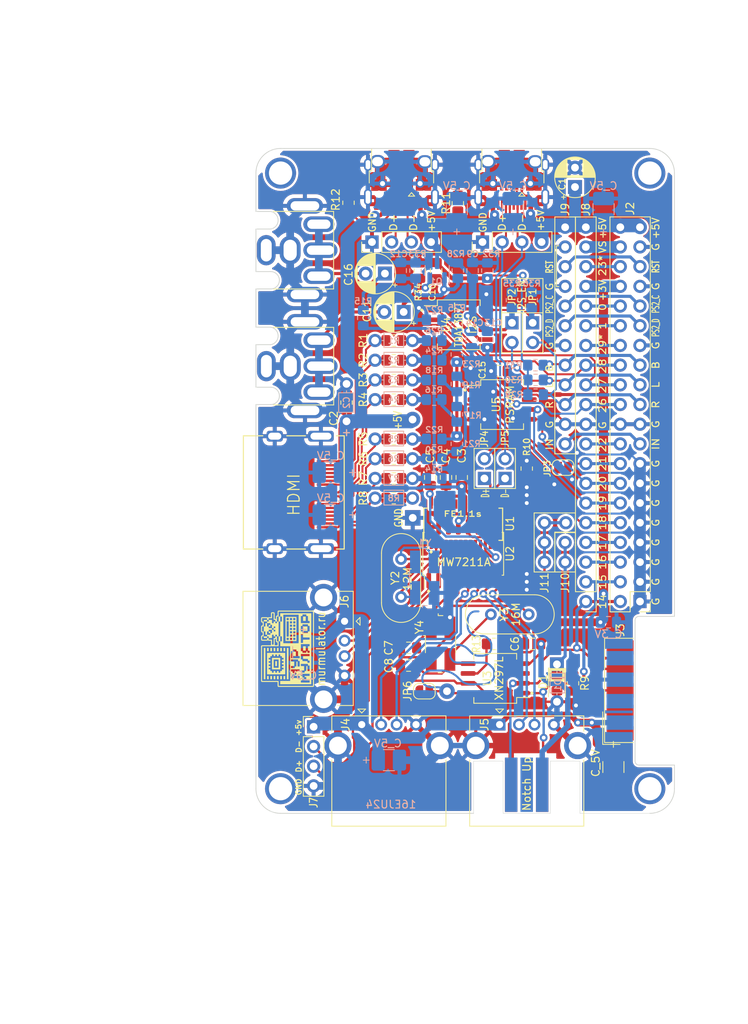
<source format=kicad_pcb>
(kicad_pcb (version 20211014) (generator pcbnew)
  (layers (0 "F.Cu" signal) (31 "B.Cu" signal) (34 "B.Paste" user) (35 "F.Paste" user) (36 "B.SilkS" user "B.Silkscreen") (37 "F.SilkS" user "F.Silkscreen") (38 "B.Mask" user) (39 "F.Mask" user) (44 "Edge.Cuts" user))
  (net 0 "")
  (net 1 "/VGA_VS")
  (net 2 "GND")
  (net 3 "/VGA_HS")
  (net 4 "/VGA_RH")
  (net 5 "/VGA_RL")
  (net 6 "/VGA_GH")
  (net 7 "/VGA_GL")
  (net 8 "/VGA_BH")
  (net 9 "/VGA_BL")
  (net 14 "/+5V")
  (net 16 "Net-(C10-Pad1)")
  (net 17 "Net-(R14-Pad2)")
  (net 18 "Net-(R17-Pad1)")
  (net 19 "/GP_6")
  (net 20 "/GP_7")
  (net 21 "/GP_8")
  (net 22 "/GP_9")
  (net 23 "/GP_10")
  (net 24 "/GP_11")
  (net 25 "/GP_12")
  (net 26 "/GP_13")
  (net 27 "/GP_0")
  (net 28 "/GP_1")
  (net 29 "/GP_14")
  (net 30 "/GP_15")
  (net 31 "/GP_16")
  (net 32 "/GP_17")
  (net 33 "/GP_18")
  (net 34 "/GP_19")
  (net 35 "/GP_20")
  (net 36 "/GP_21")
  (net 37 "/GP_22")
  (net 38 "/GP_26")
  (net 39 "/GP_27")
  (net 40 "/GP_28")
  (net 41 "/GP_29_VREF")
  (net 42 "/+3V3")
  (net 43 "/+5V_in")
  (net 44 "/PS{slash}2_DATA_3V")
  (net 45 "/PS{slash}2_CLK_3V")
  (net 47 "/LOAD_IN_D")
  (net 50 "Net-(D1-Pad1)")
  (net 52 "/LEFT_OUT")
  (net 53 "/RIGHT_OUT")
  (net 54 "/BEEP_OUT")
  (net 55 "/J1_DATA")
  (net 56 "Net-(R11-Pad2)")
  (net 57 "Net-(R12-Pad2)")
  (net 59 "/D-")
  (net 60 "/D+")
  (net 63 "/inD-")
  (net 64 "/inD+")
  (net 65 "Net-(R19-Pad1)")
  (net 66 "Net-(R21-Pad1)")
  (net 70 "/U_3v3")
  (net 71 "Net-(C5-Pad2)")
  (net 72 "/R_U")
  (net 73 "Net-(U1-Pad2)")
  (net 74 "Net-(U1-Pad3)")
  (net 75 "/DM4")
  (net 76 "/DP4")
  (net 77 "/DM3")
  (net 78 "/DP3")
  (net 79 "/DM2")
  (net 80 "/DP2")
  (net 81 "/DM1")
  (net 82 "/DP1")
  (net 87 "/DM")
  (net 88 "/DP")
  (net 89 "/RST")
  (net 90 "/GP_23_3v3EN")
  (net 91 "Net-(J11-Pad1)")
  (net 92 "Net-(C7-Pad2)")
  (net 93 "Net-(C8-Pad2)")
  (net 94 "Net-(JP6-Pad1)")
  (net 95 "/ANT")
  (net 96 "Net-(R13-Pad1)")
  (net 97 "Net-(R23-Pad1)")
  (net 98 "Net-(R25-Pad1)")
  (net 99 "/CVBS")
  (net 100 "Net-(C10-Pad2)")
  (net 101 "Net-(C11-Pad1)")
  (net 102 "/L_OUT")
  (net 103 "/FLT")
  (net 104 "/I2S_R")
  (net 105 "/I2S_L")
  (net 106 "Net-(JP3-Pad1)")
  (net 109 "Net-(C16-Pad1)")
  (footprint "Resistor_SMD:R_0805_2012Metric_Pad1.20x1.40mm_HandSolder" (layer "F.Cu") (at 60.579 91.821)
    (fp_text reference "R13")
    (fp_text value "510")
  )
  (footprint "Package_SO:SO-8_5.3x6.2mm_P1.27mm" (layer "F.Cu") (at 61.595 60.96)
    (fp_text reference "U5")
    (fp_text value "ESP-PSRAM32")
  )
  (footprint "LIBS:R_0805_PLUS" (layer "F.Cu") (at 47.625 67.945)
    (fp_text reference "R6")
    (fp_text value "270R")
  )
  (footprint "Connector_PinSocket_2.54mm:PinSocket_1x01_P2.54mm_Vertical" (layer "F.Cu") (at 50.046413 62.888717)
    (fp_text reference "REF**" hide)
    (fp_text value "PinSocket_1x01_P2.54mm_Vertical" hide)
  )
  (footprint "LIBS:R_0805_PLUS" (layer "F.Cu") (at 47.625 70.485)
    (fp_text reference "R7")
    (fp_text value "270R")
  )
  (footprint "Capacitor_SMD:C_0805_2012Metric_Pad1.18x1.45mm_HandSolder" (layer "F.Cu") (at 52.324 70.358 -90)
    (fp_text reference "C5")
    (fp_text value "10u")
  )
  (footprint "Connector_PinHeader_2.54mm:PinHeader_1x02_P2.54mm_Vertical" (layer "F.Cu") (at 69.723 81.28 180)
    (fp_text reference "J10")
    (fp_text value "Conn_01x02" hide)
  )
  (footprint "LIBS:R_0805_PLUS" (layer "F.Cu") (at 47.625 55.245)
    (fp_text reference "R2")
    (fp_text value "270R")
  )
  (footprint "Connector_PinHeader_2.54mm:PinHeader_1x03_P2.54mm_Vertical" (layer "F.Cu") (at 67.056 81.28 180)
    (fp_text reference "J11")
    (fp_text value "Conn_01x03" hide)
  )
  (footprint "Connector_PinHeader_2.54mm:PinHeader_1x20_P2.54mm_Vertical" (layer "F.Cu") (at 72.39 86.36 180)
    (fp_text reference "J8")
    (fp_text value "Conn_01x20")
  )
  (footprint "Capacitor_THT:CP_Radial_D5.0mm_P2.50mm" (layer "F.Cu") (at 48.895 49.022 180)
    (fp_text reference "C11")
    (fp_text value "10u")
  )
  (footprint "Jumper:SolderJumper-2_P1.3mm_Open_RoundedPad1.0x1.5mm" (layer "F.Cu") (at 69.454 69.088)
    (fp_text reference "JP3")
    (fp_text value "B_J")
  )
  (footprint "LIBS:USB-TYPEC_MICRO_USBII" (layer "F.Cu") (at 48.610635 27.434506 180)
    (fp_text reference "USB2")
    (fp_text value "TYPE C and micro USB_power")
  )
  (footprint "Jumper:SolderJumper-2_P1.3mm_Open_RoundedPad1.0x1.5mm" (layer "F.Cu") (at 51.562 97.917 180)
    (fp_text reference "JP6")
    (fp_text value "SolderJumper_2_Open" hide)
  )
  (footprint "LIBS:PinHeader_1x02_P2.54mm_Vertical" (layer "F.Cu") (at 65.532 50.419)
    (fp_text reference "JP1")
    (fp_text value "I2S_R")
  )
  (footprint "Connector_PinHeader_2.54mm:PinHeader_1x04_P2.54mm_Vertical" (layer "F.Cu") (at 37.284483 102.508257)
    (fp_text reference "J7")
    (fp_text value "Conn_01x04_Male")
  )
  (footprint "LIBS:PinHeader_1x02_P2.54mm_Vertical" (layer "F.Cu") (at 61.976 70.485 180)
    (fp_text reference "JP5")
    (fp_text value "Jumper_2_Open")
  )
  (footprint "Resistor_SMD:R_0805_2012Metric_Pad1.20x1.40mm_HandSolder" (layer "F.Cu") (at 41.783 34.941 -90)
    (fp_text reference "R12")
    (fp_text value "5.1k")
  )
  (footprint "Connector_PinHeader_2.54mm:PinHeader_2x20_P2.54mm_Vertical" (layer "F.Cu") (at 79.375 86.355 180)
    (fp_text reference "J2")
    (fp_text value "EXT")
  )
  (footprint "LIBS:HDMI" (layer "F.Cu") (at 38.227 72.2884 -90)
    (fp_text reference "CN1" hide)
    (fp_text value "HDMI")
  )
  (footprint "LIBS:R_0805_PLUS" (layer "F.Cu") (at 68.664381 96.867757 -90)
    (fp_text reference "D1")
    (fp_text value "3V3")
  )
  (footprint "Connector_USB:USB_A_CONNFLY_DS1095-WNR0" (layer "F.Cu") (at 41.275 88.9 -90)
    (fp_text reference "J6")
    (fp_text value "USB_A")
  )
  (footprint "" (layer "F.Cu") (at 50.066639 75.569345)
    (fp_text reference "")
    (fp_text value "")
  )
  (footprint "LIBS:R_0805_PLUS" (layer "F.Cu") (at 47.625 52.705)
    (fp_text reference "R1")
    (fp_text value "270R")
  )
  (footprint "Resistor_SMD:R_0805_2012Metric_Pad1.20x1.40mm_HandSolder" (layer "F.Cu") (at 70.739 96.901 -90)
    (fp_text reference "R9")
    (fp_text value "1k")
  )
  (footprint "Connector_USB:USB_A_CONNFLY_DS1095-WNR0" (layer "F.Cu") (at 61.27 102.2225)
    (fp_text reference "J5")
    (fp_text value "USB_A")
  )
  (footprint "LIBS:USB-TYPEC_MICRO_USBII" (layer "F.Cu") (at 62.8396 27.432 180)
    (fp_text reference "USB1")
    (fp_text value "TYPE C and micro USB_data")
  )
  (footprint "LIBS:PinHeader_1x02_P2.54mm_Vertical" (layer "F.Cu") (at 59.309 70.485 180)
    (fp_text reference "JP4")
    (fp_text value "Jumper_2_Open")
  )
  (footprint "Capacitor_SMD:C_0805_2012Metric_Pad1.18x1.45mm_HandSolder" (layer "F.Cu") (at 49.53 94.615)
    (fp_text reference "C8")
    (fp_text value "20p")
  )
  (footprint "Capacitor_SMD:C_0805_2012Metric_Pad1.18x1.45mm_HandSolder" (layer "F.Cu") (at 65.532 91.821)
    (fp_text reference "C6")
    (fp_text value "10u")
  )
  (footprint "Package_SO:SO-16_5.3x10.2mm_P1.27mm" (layer "F.Cu") (at 56.5785 80.204 90)
    (fp_text reference "U2")
    (fp_text value "MW7211A")
  )
  (footprint "Crystal:Crystal_HC49-4H_Vertical" (layer "F.Cu") (at 65.024 88.011 180)
    (fp_text reference "Y3")
    (fp_text value "16MHz")
  )
  (footprint "LIBS:R_0805_PLUS" (layer "F.Cu") (at 41.529 60.706 90)
    (fp_text reference "C2")
    (fp_text value "0.1u")
  )
  (footprint "Crystal:Crystal_HC49-4H_Vertical" (layer "F.Cu") (at 48.5648 85.762 90)
    (fp_text reference "Y2")
    (fp_text value "12MHz")
  )
  (footprint "LIBS:AV_MOD_III-8.4-5" (layer "F.Cu") (at 34.858823 41.05723 90)
    (fp_text reference "J12" hide)
    (fp_text value "VIDEO")
  )
  (footprint "Capacitor_THT:CP_Radial_D5.0mm_P2.50mm" (layer "F.Cu") (at 70.993 32.910226 90)
    (fp_text reference "C1")
    (fp_text value "470u")
  )
  (footprint "Capacitor_SMD:C_0805_2012Metric_Pad1.18x1.45mm_HandSolder" (layer "F.Cu") (at 53.086 43.688 -90)
    (fp_text reference "C10")
    (fp_text value "10u")
  )
  (footprint "Package_SO:SO-8_5.3x6.2mm_P1.27mm" (layer "F.Cu") (at 60.706 96.266 180)
    (fp_text reference "U3")
    (fp_text value "XN297L")
  )
  (footprint "Connector_PinHeader_2.54mm:PinHeader_1x04_P2.54mm_Vertical" (layer "F.Cu") (at 44.810635 40.005 90)
    (fp_text reference "USB" hide)
    (fp_text value "PinHeader_1x04_P2.54mm_Vertical" hide)
  )
  (footprint "" (layer "F.Cu") (at 54.483 97.917)
    (fp_text reference "")
    (fp_text value "")
  )
  (footprint "Capacitor_SMD:C_0805_2012Metric_Pad1.18x1.45mm_HandSolder" (layer "F.Cu") (at 61.214 56.642 180)
    (fp_text reference "C15")
    (fp_text value "0.1u")
  )
  (footprint "LIBS:AV_MOD_III-8.4-5" (layer "F.Cu") (at 34.873 56.007 90)
    (fp_text reference "J13" hide)
    (fp_text value "AUDIO")
  )
  (footprint "Capacitor_SMD:C_0805_2012Metric_Pad1.18x1.45mm_HandSolder" (layer "F.Cu") (at 49.53 92.329)
    (fp_text reference "C7")
    (fp_text value "20p")
  )
  (footprint "Package_SO:SO-8_5.3x6.2mm_P1.27mm" (layer "F.Cu") (at 56.007 50.673)
    (fp_text reference "U4")
    (fp_text value "TDA1387T")
  )
  (footprint "Resistor_SMD:R_0805_2012Metric_Pad1.20x1.40mm_HandSolder" (layer "F.Cu") (at 64.77 69.215 90)
    (fp_text reference "R10")
    (fp_text value "2k7 1%")
  )
  (footprint "Connector_Dsub:DSUB-9_Male_EdgeMount_P2.77mm" (layer "F.Cu") (at 76.8067 97.8154 90)
    (fp_text reference "J3")
    (fp_text value "JOY-1")
  )
  (footprint "Capacitor_THT:CP_Radial_D5.0mm_P2.50mm" (layer "F.Cu") (at 46.482 44.069 180)
    (fp_text reference "C16")
    (fp_text value "220u")
  )
  (footprint "LIBS:R_0805_PLUS" (layer "F.Cu") (at 47.625 60.325)
    (fp_text reference "R4")
    (fp_text value "270R")
  )
  (footprint "Connector_PinHeader_2.54mm:PinHeader_1x04_P2.54mm_Vertical" (layer "F.Cu") (at 59.065 40.005 90)
    (fp_text reference "USB" hide)
    (fp_text value "PinHeader_1x04_P2.54mm_Vertical" hide)
  )
  (footprint "Connector_USB:USB_A_CONNFLY_DS1095-WNR0" (layer "F.Cu") (at 43.49 102.2225)
    (fp_text reference "J4")
    (fp_text value "USB_A")
  )
  (footprint "Capacitor_SMD:C_0805_2012Metric_Pad1.18x1.45mm_HandSolder" (layer "F.Cu") (at 56.388 70.358 -90)
    (fp_text reference "C3")
    (fp_text value "10u")
  )
  (footprint "Resistor_SMD:R_0805_2012Metric_Pad1.20x1.40mm_HandSolder" (layer "F.Cu") (at 50.982 43.688 -90)
    (fp_text reference "R34")
    (fp_text value "200")
  )
  (footprint "Connector_PinHeader_2.54mm:PinHeader_1x12_P2.54mm_Vertical" (layer "F.Cu") (at 69.723 66.04 180)
    (fp_text reference "J9")
    (fp_text value "Conn_01x12")
  )
  (footprint "LIBS:PinHeader_1x02_P2.54mm_Vertical" (layer "F.Cu") (at 62.865 50.419)
    (fp_text reference "JP2")
    (fp_text value "I2S_L")
  )
  (footprint "Capacitor_SMD:C_0805_2012Metric_Pad1.18x1.45mm_HandSolder" (layer "F.Cu") (at 54.356 70.358 -90)
    (fp_text reference "C4")
    (fp_text value "10u")
  )
  (footprint "Resistor_SMD:R_0805_2012Metric_Pad1.20x1.40mm_HandSolder" (layer "F.Cu") (at 55.88 35 -90)
    (fp_text reference "R11")
    (fp_text value "5.1k")
  )
  (footprint "LIBS:R_0805_PLUS" (layer "F.Cu") (at 47.625 57.785)
    (fp_text reference "R3")
    (fp_text value "270R")
  )
  (footprint "LIBS:R_0805_PLUS" (layer "F.Cu") (at 47.625 65.405)
    (fp_text reference "R5")
    (fp_text value "270R")
  )
  (footprint "Capacitor_SMD:C_1210_3225Metric_Pad1.33x2.70mm_HandSolder" (layer "F.Cu") (at 75.946 107.696 -90)
    (fp_text reference "C_5V")
    (fp_text value "C_1210_3225Metric_Pad1.33x2.70mm_HandSolder" hide)
  )
  (footprint "Package_SO:SSOP-28_3.9x9.9mm_P0.635mm" (layer "F.Cu") (at 56.5785 76.394 90)
    (fp_text reference "U1")
    (fp_text value "FE1.1s")
  )
  (footprint "LOGO" (layer "F.Cu") (at 33.909 92.456 90)
    (fp_text reference "G***" hide)
    (fp_text value "LOGO" hide)
  )
  (footprint "LIBS:R_0805_PLUS" (layer "F.Cu") (at 47.625 73.025)
    (fp_text reference "R8")
    (fp_text value "270R")
  )
  (footprint "LIBS:Crystal_SMD_0603-4Pin_6.0x3.5mm" (layer "F.Cu") (at 53.655 91.854667 -90)
    (fp_text reference "Y4")
    (fp_text value "16MHz")
  )
  (footprint "Resistor_SMD:R_0805_2012Metric_Pad1.20x1.40mm_HandSolder" (layer "B.Cu") (at 55.753 58.309 -90)
    (fp_text reference "R19")
    (fp_text value "150R")
  )
  (footprint "Resistor_SMD:R_0805_2012Metric_Pad1.20x1.40mm_HandSolder" (layer "B.Cu") (at 52.832 50.038)
    (fp_text reference "R27")
    (fp_text value "300R")
  )
  (footprint "Capacitor_SMD:C_1210_3225Metric_Pad1.33x2.70mm_HandSolder" (layer "B.Cu") (at 46.99 106.807)
    (fp_text reference "C_5V")
    (fp_text value "C_1210_3225Metric_Pad1.33x2.70mm_HandSolder" hide)
  )
  (footprint "Resistor_SMD:R_0805_2012Metric_Pad1.20x1.40mm_HandSolder" (layer "B.Cu") (at 52.832 65.405)
    (fp_text reference "R22")
    (fp_text value "270R")
  )
  (footprint "Capacitor_SMD:C_1210_3225Metric_Pad1.33x2.70mm_HandSolder" (layer "B.Cu") (at 39.37 69.723 180)
    (fp_text reference "C_5V")
    (fp_text value "C_1210_3225Metric_Pad1.33x2.70mm_HandSolder" hide)
  )
  (footprint "Resistor_SMD:R_0805_2012Metric_Pad1.20x1.40mm_HandSolder" (layer "B.Cu") (at 65.405 47.498 -90)
    (fp_text reference "R36")
    (fp_text value "1k")
  )
  (footprint "Resistor_SMD:R_0805_2012Metric_Pad1.20x1.40mm_HandSolder" (layer "B.Cu") (at 65.913 57.785)
    (fp_text reference "R30")
    (fp_text value "10k")
  )
  (footprint "LIBS:Crystal_SMD_0603-4Pin_6.0x3.5mm" (layer "B.Cu") (at 64.764318 106.982 90)
    (fp_text reference "i2c" hide)
    (fp_text value "")
  )
  (footprint "Capacitor_SMD:C_1210_3225Metric_Pad1.33x2.70mm_HandSolder" (layer "B.Cu") (at 62.992 35.7665 90)
    (fp_text reference "C_5V")
    (fp_text value "C_1210_3225Metric_Pad1.33x2.70mm_HandSolder" hide)
  )
  (footprint "Resistor_SMD:R_0805_2012Metric_Pad1.20x1.40mm_HandSolder" (layer "B.Cu") (at 55.753 50.673 -90)
    (fp_text reference "R25")
    (fp_text value "150R")
  )
  (footprint "Resistor_SMD:R_0805_2012Metric_Pad1.20x1.40mm_HandSolder" (layer "B.Cu") (at 52.832 67.945)
    (fp_text reference "R20")
    (fp_text value "270R")
  )
  (footprint "LIBS:Crystal_SMD_0603-4Pin_6.0x3.5mm" (layer "B.Cu") (at 51.6128 83.2104 90)
    (fp_text reference "Y1")
    (fp_text value "12MHz")
  )
  (footprint "Resistor_SMD:R_0805_2012Metric_Pad1.20x1.40mm_HandSolder" (layer "B.Cu") (at 52.832 57.785)
    (fp_text reference "R18")
    (fp_text value "270R")
  )
  (footprint "Resistor_SMD:R_0805_2012Metric_Pad1.20x1.40mm_HandSolder" (layer "B.Cu") (at 62.865 47.498 -90)
    (fp_text reference "R35")
    (fp_text value "1k")
  )
  (footprint "Capacitor_SMD:C_0805_2012Metric_Pad1.18x1.45mm_HandSolder" (layer "B.Cu") (at 57.658 52.578 90)
    (fp_text reference "C14")
    (fp_text value "1u")
  )
  (footprint "Resistor_SMD:R_0805_2012Metric_Pad1.20x1.40mm_HandSolder" (layer "B.Cu") (at 59.69 43.688 -90)
    (fp_text reference "R32")
    (fp_text value "10k")
  )
  (footprint "Capacitor_SMD:C_1210_3225Metric_Pad1.33x2.70mm_HandSolder" (layer "B.Cu") (at 55.753 35.7665 90)
    (fp_text reference "C_5V")
    (fp_text value "C_1210_3225Metric_Pad1.33x2.70mm_HandSolder" hide)
  )
  (footprint "Capacitor_SMD:C_0805_2012Metric_Pad1.18x1.45mm_HandSolder" (layer "B.Cu") (at 59.69 52.578 90)
    (fp_text reference "C13")
    (fp_text value "10u")
  )
  (footprint "Package_TO_SOT_SMD:SOT-23" (layer "B.Cu") (at 53.213 43.688 90)
    (fp_text reference "Q1")
    (fp_text value "BC850")
  )
  (footprint "Resistor_SMD:R_0805_2012Metric_Pad1.20x1.40mm_HandSolder" (layer "B.Cu") (at 43.688 49.784 90)
    (fp_text reference "R15")
    (fp_text value "51R*")
  )
  (footprint "Capacitor_SMD:C_1210_3225Metric_Pad1.33x2.70mm_HandSolder" (layer "B.Cu") (at 39.37 75.184 180)
    (fp_text reference "C_5V")
    (fp_text value "C_1210_3225Metric_Pad1.33x2.70mm_HandSolder" hide)
  )
  (footprint "Resistor_SMD:R_0805_2012Metric_Pad1.20x1.40mm_HandSolder" (layer "B.Cu") (at 65.897 55.88)
    (fp_text reference "R31")
    (fp_text value "47k")
  )
  (footprint "Capacitor_SMD:C_0805_2012Metric_Pad1.18x1.45mm_HandSolder" (layer "B.Cu") (at 57.785 43.688 -90)
    (fp_text reference "C9")
    (fp_text value "10u")
  )
  (footprint "Resistor_SMD:R_0805_2012Metric_Pad1.20x1.40mm_HandSolder" (layer "B.Cu") (at 65.913 59.69)
    (fp_text reference "R29")
    (fp_text value "10k")
  )
  (footprint "Resistor_SMD:R_0805_2012Metric_Pad1.20x1.40mm_HandSolder" (layer "B.Cu") (at 52.832 60.325)
    (fp_text reference "R16")
    (fp_text value "270R")
  )
  (footprint "Resistor_SMD:R_0805_2012Metric_Pad1.20x1.40mm_HandSolder" (layer "B.Cu") (at 50.419 43.688 -90)
    (fp_text reference "R33")
    (fp_text value "20к")
  )
  (footprint "Capacitor_SMD:C_1210_3225Metric_Pad1.33x2.70mm_HandSolder" (layer "B.Cu") (at 35.941 92.8845 -90)
    (fp_text reference "C_5V")
    (fp_text value "C_1210_3225Metric_Pad1.33x2.70mm_HandSolder" hide)
  )
  (footprint "Resistor_SMD:R_0805_2012Metric_Pad1.20x1.40mm_HandSolder" (layer "B.Cu") (at 55.753 66.024 -90)
    (fp_text reference "R21")
    (fp_text value "150R")
  )
  (footprint "Resistor_SMD:R_0805_2012Metric_Pad1.20x1.40mm_HandSolder" (layer "B.Cu") (at 55.753 62.214 -90)
    (fp_text reference "R17")
    (fp_text value "150R")
  )
  (footprint "Resistor_SMD:R_0805_2012Metric_Pad1.20x1.40mm_HandSolder" (layer "B.Cu") (at 55.88 43.688 -90)
    (fp_text reference "R28")
    (fp_text value "10k")
  )
  (footprint "Capacitor_SMD:C_0805_2012Metric_Pad1.18x1.45mm_HandSolder" (layer "B.Cu") (at 48.514 43.688 90)
    (fp_text reference "C12")
    (fp_text value "1n")
  )
  (footprint "Capacitor_SMD:C_1210_3225Metric_Pad1.33x2.70mm_HandSolder" (layer "B.Cu") (at 74.676 35.7665 90)
    (fp_text reference "C_5V")
    (fp_text value "C_1210_3225Metric_Pad1.33x2.70mm_HandSolder" hide)
  )
  (footprint "Capacitor_SMD:C_0805_2012Metric_Pad1.18x1.45mm_HandSolder" (layer "B.Cu") (at 75.311 89.027 180)
    (fp_text reference "C_3V")
    (fp_text value "10u")
  )
  (footprint "Resistor_SMD:R_0805_2012Metric_Pad1.20x1.40mm_HandSolder" (layer "B.Cu") (at 52.832 52.705)
    (fp_text reference "R26")
    (fp_text value "270R")
  )
  (footprint "Resistor_SMD:R_0805_2012Metric_Pad1.20x1.40mm_HandSolder" (layer "B.Cu") (at 55.753 54.499 -90)
    (fp_text reference "R23")
    (fp_text value "150R")
  )
  (footprint "Resistor_SMD:R_0805_2012Metric_Pad1.20x1.40mm_HandSolder" (layer "B.Cu") (at 52.832 55.245)
    (fp_text reference "R24")
    (fp_text value "270R")
  )
  (footprint "Resistor_SMD:R_0805_2012Metric_Pad1.20x1.40mm_HandSolder" (layer "B.Cu") (at 52.832 70.485)
    (fp_text reference "R14")
    (fp_text value "750R*")
  )
  (gr_line (start 67.778759 96.121755) (end 69.683759 96.121755) (layer "B.SilkS") (width 0.12))
  (gr_line (start 69.063382 95.148687) (end 69.088 95.377) (layer "F.SilkS") (width 0.12))
  (gr_line (start 67.929381 96.640693) (end 67.917127 95.010984) (layer "F.SilkS") (width 0.12))
  (gr_rect (start 61.535 54.289) (end 66.862 44.704) (layer "F.SilkS") (width 0.12) (fill none))
  (gr_line (start 69.401763 95.004444) (end 67.917127 95.010984) (layer "F.SilkS") (width 0.12))
  (gr_line (start 67.902381 95.232757) (end 67.917127 95.010984) (layer "F.SilkS") (width 0.12))
  (gr_line (start 68.6054 40.4876) (end 68.8848 40.4876) (layer "F.SilkS") (width 0.12))
  (gr_line (start 67.902381 95.105757) (end 69.426381 95.105757) (layer "F.SilkS") (width 0.12))
  (gr_line (start 69.399381 96.640693) (end 69.401763 95.004444) (layer "F.SilkS") (width 0.12))
  (gr_line (start 68.6054 45.7454) (end 68.9102 45.7454) (layer "F.SilkS") (width 0.12))
  (gr_line (start 67.902381 95.232757) (end 69.426381 95.232757) (layer "F.SilkS") (width 0.12))
  (gr_line (start 69.426381 95.169257) (end 67.902381 95.105757) (layer "F.SilkS") (width 0.12))
  (gr_line (start 68.6054 40.513) (end 68.6054 45.7454) (layer "F.SilkS") (width 0.12))
  (gr_line (start 29.845 50.9778) (end 29.845 46.0502) (layer "Edge.Cuts") (width 0.1))
  (gr_line (start 29.845 46.0502) (end 31.75 46.0502) (layer "Edge.Cuts") (width 0.1))
  (gr_arc (start 31.75 50.9778) (mid 32.706659 52.1081) (end 31.75 53.2384) (layer "Edge.Cuts") (width 0.1))
  (gr_line (start 80.645 113.665) (end 71.628 113.665) (layer "Edge.Cuts") (width 0.05))
  (gr_line (start 67.818 113.665502) (end 61.722 113.665502) (layer "Edge.Cuts") (width 0.05))
  (gr_line (start 29.845 58.7248) (end 29.845 53.2384) (layer "Edge.Cuts") (width 0.1))
  (gr_arc (start 31.75 58.7248) (mid 32.8676 59.8424) (end 31.75 60.96) (layer "Edge.Cuts") (width 0.1))
  (gr_line (start 67.818 106.934) (end 67.818 113.665502) (layer "Edge.Cuts") (width 0.05))
  (gr_line (start 29.845 38.3286) (end 31.75 38.3286) (layer "Edge.Cuts") (width 0.1))
  (gr_line (start 61.722 106.934) (end 57.912 106.934) (layer "Edge.Cuts") (width 0.05))
  (gr_line (start 31.75 58.7248) (end 29.845 58.7248) (layer "Edge.Cuts") (width 0.1))
  (gr_line locked (start 33.02 27.94) (end 80.645 27.94) (layer "Edge.Cuts") (width 0.1))
  (gr_line (start 57.912 106.934) (end 57.912 113.665) (layer "Edge.Cuts") (width 0.05))
  (gr_line (start 31.75 50.9778) (end 29.845 50.9778) (layer "Edge.Cuts") (width 0.1))
  (gr_arc (start 31.75 43.815) (mid 32.8676 44.9326) (end 31.75 46.0502) (layer "Edge.Cuts") (width 0.1))
  (gr_arc (start 31.75 36.068) (mid 32.706659 37.1983) (end 31.75 38.3286) (layer "Edge.Cuts") (width 0.1))
  (gr_arc locked (start 33.02 113.665) (mid 30.774936 112.735064) (end 29.845 110.49) (layer "Edge.Cuts") (width 0.1))
  (gr_line (start 29.845 60.96) (end 31.75 60.96) (layer "Edge.Cuts") (width 0.1))
  (gr_line (start 29.845 110.49) (end 29.845 60.96) (layer "Edge.Cuts") (width 0.1))
  (gr_line (start 71.628 106.934) (end 67.818 106.934) (layer "Edge.Cuts") (width 0.05))
  (gr_arc (start 78.74 88.773) (mid 78.88879 88.41379) (end 79.248 88.265) (layer "Edge.Cuts") (width 0.1))
  (gr_line (start 29.845 43.815) (end 29.845 38.3286) (layer "Edge.Cuts") (width 0.1))
  (gr_line (start 61.722 113.665502) (end 61.722 106.934) (layer "Edge.Cuts") (width 0.05))
  (gr_arc (start 79.248 107.442) (mid 78.88879 107.29321) (end 78.74 106.934) (layer "Edge.Cuts") (width 0.1))
  (gr_line (start 83.82 107.442) (end 79.248 107.442) (layer "Edge.Cuts") (width 0.1))
  (gr_line (start 78.74 106.934) (end 78.74 88.773) (layer "Edge.Cuts") (width 0.1))
  (gr_line (start 57.912 113.665) (end 33.02 113.665) (layer "Edge.Cuts") (width 0.1))
  (gr_line (start 29.845 53.2384) (end 31.75 53.2384) (layer "Edge.Cuts") (width 0.1))
  (gr_arc locked (start 29.845 31.115) (mid 30.774936 28.869936) (end 33.02 27.94) (layer "Edge.Cuts") (width 0.1))
  (gr_line (start 83.82 31.115) (end 83.82 88.265) (layer "Edge.Cuts") (width 0.1))
  (gr_line (start 31.75 43.815) (end 29.845 43.815) (layer "Edge.Cuts") (width 0.1))
  (gr_line (start 31.75 36.068) (end 29.845 36.068) (layer "Edge.Cuts") (width 0.1))
  (gr_line (start 83.82 107.442) (end 83.82 110.49) (layer "Edge.Cuts") (width 0.1))
  (gr_line (start 71.628 113.665) (end 71.628 106.934) (layer "Edge.Cuts") (width 0.05))
  (gr_arc locked (start 80.645 27.94) (mid 82.890064 28.869936) (end 83.82 31.115) (layer "Edge.Cuts") (width 0.1))
  (gr_line (start 79.248 88.265) (end 83.82 88.265) (layer "Edge.Cuts") (width 0.1))
  (gr_line (start 29.845 36.068) (end 29.845 31.115) (layer "Edge.Cuts") (width 0.1))
  (gr_arc locked (start 83.82 110.49) (mid 82.890064 112.735064) (end 80.645 113.665) (layer "Edge.Cuts") (width 0.1))
  (gr_text "+" (at 41.529 64.516) (layer "B.SilkS") (effects (font (size 1 1)) (justify mirror)))
  (gr_text "16EJU24" (at 47.244 112.522) (layer "B.SilkS") (effects (font (size 1 1)) (justify mirror)))
  (gr_text "R" (at 67.716356 60.998473 90) (layer "F.SilkS") (effects (font (size 0.9 1))))
  (gr_text "G" (at 81.407 45.72 90) (layer "F.SilkS") (effects (font (size 0.9 1))))
  (gr_text "I2S_EN" (at 64.135 46.99 90) (layer "F.SilkS") (effects (font (size 1 0.8))))
  (gr_text "XN297L" (at 61.214 96.266 90) (layer "F.SilkS") (effects (font (size 1 1))))
  (gr_text "GND" (at 35.362962 110.257793 90) (layer "F.SilkS") (effects (font (size 0.7 0.7))))
  (gr_text "+3V" (at 74.549 46.228 90) (layer "F.SilkS") (effects (font (size 0.9 0.9))))
  (gr_text "G" (at 81.407 73.66 90) (layer "F.SilkS") (effects (font (size 0.9 1))))
  (gr_text "PS2_C" (at 67.716356 48.044473 90) (layer "F.SilkS") (effects (font (size 0.9 0.5) (thickness 0.125))))
  (gr_text "16" (at 74.549 81.28 90) (layer "F.SilkS") (effects (font (size 0.9 1))))
  (gr_text "G" (at 81.407 76.2 90) (layer "F.SilkS") (effects (font (size 0.9 1))))
  (gr_text "." (at 56.810583 57.851101) (layer "F.SilkS") (effects (font (size 3 3))))
  (gr_text "+5V" (at 74.549 38.227 90) (layer "F.SilkS") (effects (font (size 0.9 0.9))))
  (gr_text "I2S" (at 57.785 50.673 90) (layer "F.SilkS") (effects (font (size 1 1))))
  (gr_text "+5V" (at 52.473301 37.325103 90) (layer "F.SilkS") (effects (font (size 0.9 0.9))))
  (gr_text "D-" (at 61.976 72.39 90) (layer "F.SilkS") (effects (font (size 1 0.5) (thickness 0.125))))
  (gr_text "murmulator.ru" (at 38.227 92.456 90) (layer "F.SilkS") (effects (font (size 1.1 0.9))))
  (gr_text "D+" (at 59.436 72.39 90) (layer "F.SilkS") (effects (font (size 1 0.5) (thickness 0.125))))
  (gr_text "RST" (at 81.407 43.18 90) (layer "F.SilkS") (effects (font (size 0.9 0.6))))
  (gr_text "L" (at 81.407 58.42 90) (layer "F.SilkS") (effects (font (size 0.9 1))))
  (gr_text "+5V" (at 66.548 37.211 90) (layer "F.SilkS") (effects (font (size 0.9 0.9))))
  (gr_text "D-" (at 50.165 37.465 90) (layer "F.SilkS") (effects (font (size 0.9 1))))
  (gr_text "+5V" (at 48.133 62.992 90) (layer "F.SilkS") (effects (font (size 1 0.8))))
  (gr_text "PS2_C" (at 81.407 48.006 90) (layer "F.SilkS") (effects (font (size 0.9 0.5) (thickness 0.125))))
  (gr_text "G" (at 67.716356 63.538473 90) (layer "F.SilkS") (effects (font (size 0.9 1))))
  (gr_text "G" (at 67.716356 53.378473 90) (layer "F.SilkS") (effects (font (size 0.9 1))))
  (gr_text "G" (at 81.407 53.34 90) (layer "F.SilkS") (effects (font (size 0.9 1))))
  (gr_text "VS" (at 74.549 40.64 90) (layer "F.SilkS") (effects (font (size 0.9 0.9))))
  (gr_text "22" (at 74.549 66.167 90) (layer "F.SilkS") (effects (font (size 0.9 1))))
  (gr_text "D+" (at 61.595 37.465 90) (layer "F.SilkS") (effects (font (size 0.9 1))))
  (gr_text "16M" (at 63.373 88.011 90) (layer "F.SilkS") (effects (font (size 1 1))))
  (gr_text "." (at 52.433729 78.726892) (layer "F.SilkS") (effects (font (size 3 3))))
  (gr_text "IN" (at 67.716356 66.078473 90) (layer "F.SilkS") (effects (font (size 0.9 1))))
  (gr_text "G" (at 81.407 71.12 90) (layer "F.SilkS") (effects (font (size 0.9 1))))
  (gr_text "TDA1387T" (at 56.007 50.673 90) (layer "F.SilkS") (effects (font (size 1 0.8))))
  (gr_text "G" (at 81.407 83.82 90) (layer "F.SilkS") (effects (font (size 0.9 1))))
  (gr_text "G" (at 81.407 63.5 90) (layer "F.SilkS") (effects (font (size 0.9 1))))
  (gr_text "G" (at 81.407 40.64 90) (layer "F.SilkS") (effects (font (size 0.9 1))))
  (gr_text "G" (at 81.407 81.28 90) (layer "F.SilkS") (effects (font (size 0.9 1))))
  (gr_text "GND" (at 48.26 75.565 90) (layer "F.SilkS") (effects (font (size 1 0.8))))
  (gr_text "." (at 52.118831 83.786499) (layer "F.SilkS") (effects (font (size 3 3))))
  (gr_text "IN" (at 81.407 66.04 90) (layer "F.SilkS") (effects (font (size 0.9 1))))
  (gr_text "23*" (at 74.549 43.053 90) (layer "F.SilkS") (effects (font (size 0.9 1))))
  (gr_text "L" (at 67.716356 58.458473 90) (layer "F.SilkS") (effects (font (size 0.9 1))))
  (gr_text "19" (at 74.549 73.66 90) (layer "F.SilkS") (effects (font (size 0.9 1))))
  (gr_text "15" (at 74.549 83.82 90) (layer "F.SilkS") (effects (font (size 0.9 1))))
  (gr_text "17" (at 74.549 78.74 90) (layer "F.SilkS") (effects (font (size 0.9 1))))
  (gr_text "PSRAM" (at 62.611 60.96 90) (layer "F.SilkS") (effects (font (size 1 1))))
  (gr_text "G" (at 81.407 86.36 90) (layer "F.SilkS") (effects (font (size 0.9 1))))
  (gr_text "PS2_D" (at 81.407 51.054 90) (layer "F.SilkS") (effects (font (size 0.9 0.5) (thickness 0.125))))
  (gr_text "28" (at 74.549 56.007 90) (layer "F.SilkS") (effects (font (size 0.9 1))))
  (gr_text "21" (at 74.549 68.58 90) (layer "F.SilkS") (effects (font (size 0.9 1))))
  (gr_text "+" (at 41.529 64.516) (layer "F.SilkS") (effects (font (size 1 1))))
  (gr_text "B" (at 67.716356 56.261 90) (layer "F.SilkS") (effects (font (size 0.9 1))))
  (gr_text "+5V" (at 81.407 38.227 90) (layer "F.SilkS") (effects (font (size 0.9 0.9))))
  (gr_text "0" (at 74.549 48.387 90) (layer "F.SilkS") (effects (font (size 0.9 1))))
  (gr_text "FE1.1s" (at 56.515 75.057) (layer "F.SilkS") (effects (font (size 0.7 1))))
  (gr_text "B" (at 81.407 55.88 90) (layer "F.SilkS") (effects (font (size 0.9 1))))
  (gr_text "D-" (at 35.378064 105.077752 90) (layer "F.SilkS") (effects (font (size 0.7 0.7))))
  (gr_text "GND" (at 59.118391 37.465 90) (layer "F.SilkS") (effects (font (size 0.9 0.85))))
  (gr_text "." (at 65.436323 96.930146) (layer "F.SilkS") (effects (font (size 3 3))))
  (gr_text "G" (at 81.407 78.74 90) (layer "F.SilkS") (effects (font (size 0.9 1))))
  (gr_text "D-" (at 64.175 37.465 90) (layer "F.SilkS") (effects (font (size 0.9 1))))
  (gr_text "G" (at 67.716356 45.758473 90) (layer "F.SilkS") (effects (font (size 0.9 1))))
  (gr_text "D+" (at 35.378064 107.599813 90) (layer "F.SilkS") (effects (font (size 0.7 0.7))))
  (gr_text "26" (at 74.549 61.087 90) (layer "F.SilkS") (effects (font (size 0.9 1))))
  (gr_text "Notch Up" (at 64.77 109.855 90) (layer "F.SilkS") (effects (font (size 1 1))))
  (gr_text "27" (at 74.549 58.547 90) (layer "F.SilkS") (effects (font (size 0.9 1))))
  (gr_text "RST" (at 67.716356 43.218473 90) (layer "F.SilkS") (effects (font (size 0.9 0.6))))
  (gr_text "R" (at 81.407 60.96 90) (layer "F.SilkS") (effects (font (size 0.9 1))))
  (gr_text "29*" (at 74.549 53.213 90) (layer "F.SilkS") (effects (font (size 0.9 1))))
  (gr_text "PS2_D" (at 67.716356 51.092473 90) (layer "F.SilkS") (effects (font (size 0.9 0.5) (thickness 0.125))))
  (gr_text "GND" (at 44.850019 37.430025 90) (layer "F.SilkS") (effects (font (size 0.9 0.85))))
  (gr_text "20" (at 74.549 71.12 90) (layer "F.SilkS") (effects (font (size 0.9 1))))
  (gr_text "G" (at 74.549 63.627 90) (layer "F.SilkS") (effects (font (size 0.9 1))))
  (gr_text "MW7211A" (at 56.642 81.28) (layer "F.SilkS") (effects (font (size 1 1))))
  (gr_text "+5v" (at 35.34786 102.646304 90) (layer "F.SilkS") (effects (font (size 0.7 0.7))))
  (gr_text "12M" (at 49.403 83.439 90) (layer "F.SilkS") (effects (font (size 1 1))))
  (gr_text "1" (at 74.549 50.8 90) (layer "F.SilkS") (effects (font (size 0.9 1))))
  (gr_text "." (at 51.233715 47.552016) (layer "F.SilkS") (effects (font (size 3 3))))
  (gr_text "D+" (at 47.585 37.465 90) (layer "F.SilkS") (effects (font (size 0.9 1))))
  (gr_text "G" (at 81.407 68.58 90) (layer "F.SilkS") (effects (font (size 0.9 1))))
  (gr_text "18" (at 74.549 76.2 90) (layer "F.SilkS") (effects (font (size 0.9 1))))
  (gr_text "14" (at 74.549 86.36 90) (layer "F.SilkS") (effects (font (size 0.9 1))))
  (gr_text "HDMI " (at 34.727 72.009 90) (layer "F.SilkS") (effects (font (size 1.5 1.5))))
  (via locked (at 33.02 110.49) (size 4) (drill 3) (layers "F.Cu" "B.Cu") (net 0))
  (via locked (at 33.02 31.115) (size 4) (drill 3) (layers "F.Cu" "B.Cu") (net 0))
  (via locked (at 80.645 110.49) (size 4) (drill 3) (layers "F.Cu" "B.Cu") (net 0))
  (via locked (at 80.645 31.115) (size 4) (drill 3) (layers "F.Cu" "B.Cu") (net 0))
  (segment (start 40.694 76.527) (end 43.114053 76.527) (width 0.254) (layer "F.Cu") (net 1))
  (segment (start 40.4326 76.7884) (end 40.694 76.527) (width 0.254) (layer "F.Cu") (net 1))
  (segment (start 44.489 75.152052) (end 44.489 73.748) (width 0.254) (layer "F.Cu") (net 1))
  (segment (start 43.114053 76.527) (end 44.489 75.152052) (width 0.254) (layer "F.Cu") (net 1))
  (segment (start 38.987 76.7884) (end 40.4326 76.7884) (width 0.254) (layer "F.Cu") (net 1))
  (segment (start 44.489 73.748) (end 45.212 73.025) (width 0.254) (layer "F.Cu") (net 1))
  (segment (start 55.559648 53.912002) (end 57.531 55.883354) (width 0.6) (layer "F.Cu") (net 2))
  (segment (start 38.227 78.5462) (end 38.227 79.5384) (width 0.3) (layer "F.Cu") (net 2))
  (segment (start 53.856 50.681) (end 59.563 56.388) (width 0.254) (layer "F.Cu") (net 2))
  (segment (start 58.2 100.991514) (end 58.2 104.9325) (width 0.4) (layer "F.Cu") (net 2))
  (segment (start 56.092 34.212) (end 55.88 34) (width 0.5) (layer "F.Cu") (net 2))
  (segment (start 37.2444 71.7884) (end 37.2444 73.2456) (width 0.3) (layer "F.Cu") (net 2))
  (segment (start 51.835635 35.129506) (end 51.835635 34.444816) (width 0.5) (layer "F.Cu") (net 2))
  (segment (start 45.85898 30.899012) (end 46.13698 30.899012) (width 0.6) (layer "F.Cu") (net 2))
  (segment (start 52.1335 75.89119) (end 52.1335 76.7415) (width 0.3) (layer "F.Cu") (net 2))
  (segment (start 71.34 104.9325) (end 75.47 109.0625) (width 0.4) (layer "F.Cu") (net 2))
  (segment (start 52.065945 34.214506) (end 52.930635 34.214506) (width 0.5) (layer "F.Cu") (net 2))
  (segment (start 48.4925 93.4935) (end 48.4925 94.615) (width 0.3) (layer "F.Cu") (net 2))
  (segment (start 66.895 54.136) (end 67.691 53.34) (width 0.254) (layer "F.Cu") (net 2))
  (segment (start 52.2605 78.0415) (end 52.1335 77.9145) (width 0.3) (layer "F.Cu") (net 2))
  (segment (start 52.451 93.058667) (end 52.451 93.823167) (width 0.3) (layer "F.Cu") (net 2))
  (segment (start 53.4035 76.7415) (end 52.1335 76.7415) (width 0.3) (layer "F.Cu") (net 2))
  (segment (start 51.08098 30.899012) (end 49.56898 29.387012) (width 0.6) (layer "F.Cu") (net 2))
  (segment (start 55.419 96.567) (end 55.753 96.901) (width 0.3) (layer "F.Cu") (net 2))
  (segment (start 52.167833 93.54) (end 48.539 93.54) (width 0.3) (layer "F.Cu") (net 2))
  (segment (start 71.34 104.9325) (end 70.98 104.9325) (width 0.7) (layer "F.Cu") (net 2))
  (segment (start 50.864951 50.610951) (end 50.864951 51.464479) (width 0.5) (layer "F.Cu") (net 2))
  (segment (start 48.4925 92.329) (end 48.4925 93.4935) (width 0.3) (layer "F.Cu") (net 2))
  (segment (start 66.29491 34.212) (end 67.1596 34.212) (width 0.5) (layer "F.Cu") (net 2))
  (segment (start 59.69 53.594) (end 60.232 54.136) (width 0.254) (layer "F.Cu") (net 2))
  (segment (start 57.531 55.883354) (end 57.531 56.261) (width 0.6) (layer "F.Cu") (net 2))
  (segment (start 59.910757 98.645757) (end 59.910757 99.280757) (width 0.3) (layer "F.Cu") (net 2))
  (segment (start 41.275 98.679) (end 40.984 98.97) (width 1) (layer "F.Cu") (net 2))
  (segment (start 41.783 33.941) (end 41.783 32.512) (width 0.254) (layer "F.Cu") (net 2))
  (segment (start 54.859 89.822667) (end 54.859 90.650667) (width 0.3) (layer "F.Cu") (net 2))
  (segment (start 46.697988 30.899012) (end 45.85898 30.899012) (width 0.4) (layer "F.Cu") (net 2))
  (segment (start 52.451 78.994) (end 52.451 78.232) (width 0.3) (layer "F.Cu") (net 2))
  (segment (start 60.741506 30.896506) (end 60.087945 30.896506) (width 0.4) (layer "F.Cu") (net 2))
  (segment (start 41.275 95.9) (end 41.275 98.679) (width 1) (layer "F.Cu") (net 2))
  (segment (start 38.987 71.7884) (end 37.2444 71.7884) (width 0.3) (layer "F.Cu") (net 2))
  (segment (start 70.98 104.9325) (end 68.27 102.2225) (width 0.7) (layer "F.Cu") (net 2))
  (segment (start 50.864951 51.464479) (end 51.978472 52.578) (width 0.5) (layer "F.Cu") (net 2))
  (segment (start 60.232 54.136) (end 66.895 54.136) (width 0.254) (layer "F.Cu") (net 2))
  (segment (start 52.1335 77.9145) (end 52.1335 76.7415) (width 0.3) (layer "F.Cu") (net 2))
  (segment (start 51.45898 31.437012) (end 51.55898 31.337012) (width 0.5) (layer "F.Cu") (net 2))
  (segment (start 37.3766 76.2884) (end 37.2444 76.4206) (width 0.3) (layer "F.Cu") (net 2))
  (segment (start 46.701958 30.895042) (end 46.697988 30.899012) (width 0.4) (layer "F.Cu") (net 2))
  (segment (start 51.33898 30.899012) (end 51.08098 30.899012) (width 0.6) (layer "F.Cu") (net 2))
  (segment (start 69.723 63.5) (end 69.723 63.32842) (width 0.254) (layer "F.Cu") (net 2))
  (segment (start 54.859 90.650667) (end 52.451 93.058667) (width 0.3) (layer "F.Cu") (net 2))
  (segment (start 46.13698 30.899012) (end 47.64898 29.387012) (width 0.6) (layer "F.Cu") (net 2))
  (segment (start 60.417945 31.914506) (end 59.837945 31.334506) (width 0.254) (layer "F.Cu") (net 2))
  (segment (start 55.753 96.901) (end 57.206 96.901) (width 0.3) (layer "F.Cu") (net 2))
  (segment (start 50.864951 50.610951) (end 50.935 50.681) (width 0.254) (layer "F.Cu") (net 2))
  (segment (start 37.2566 68.7884) (end 37.2444 68.8006) (width 0.3) (layer "F.Cu") (net 2))
  (segment (start 55.419 96.567) (end 48.594 96.567) (width 0.3) (layer "F.Cu") (net 2))
  (segment (start 68.326 71.247) (end 67.977 70.898) (width 0.254) (layer "F.Cu") (net 2))
  (segment (start 53.56 104.9325) (end 53.2 104.9325) (width 0.7) (layer "F.Cu") (net 2))
  (segment (start 50.864951 48.505727) (end 50.864951 50.610951) (width 0.5) (layer "F.Cu") (net 2))
  (segment (start 61.537945 31.692945) (end 60.741506 30.896506) (width 0.4) (layer "F.Cu") (net 2))
  (segment (start 45.70898 32.657012) (end 45.70898 31.437012) (width 0.5) (layer "F.Cu") (net 2))
  (segment (start 68.664381 99.280757) (end 70.636301 99.280757) (width 0.4) (layer "F.Cu") (net 2))
  (segment (start 63.2165 59.682) (end 60.1765 56.642) (width 0.254) (layer "F.Cu") (net 2))
  (segment (start 59.910757 99.280757) (end 58.2 100.991514) (width 0.4) (layer "F.Cu") (net 2))
  (segment (start 37.2444 76.4206) (end 37.2444 77.5636) (width 0.3) (layer "F.Cu") (net 2))
  (segment (start 61.8795 104.9325) (end 62.764318 105.817318) (width 0.7) (layer "F.Cu") (net 2))
  (segment (start 40.984 98.97) (end 38.565 98.97) (width 1) (layer "F.Cu") (net 2))
  (segment (start 41.783 33.941) (end 42.056506 34.214506) (width 0.254) (layer "F.Cu") (net 2))
  (segment (start 69.723 63.32842) (end 66.07658 59.682) (width 0.254) (layer "F.Cu") (net 2))
  (segment (start 37.2444 67.1496) (end 38.227 66.167) (width 0.3) (layer "F.Cu") (net 2))
  (segment (start 64.4945 91.821) (end 63.809598 91.821) (width 0.3) (layer "F.Cu") (net 2))
  (segment (start 60.087945 30.896506) (end 60.365945 30.896506) (width 0.6) (layer "F.Cu") (net 2))
  (segment (start 41.275 98.679) (end 41.275 101.092) (width 1) (layer "F.Cu") (net 2))
  (segment (start 65.309945 30.896506) (end 63.797945 29.384506) (width 0.6) (layer "F.Cu") (net 2))
  (segment (start 59.6146 37.4134) (end 59.6146 35.127) (width 0.5) (layer "F.Cu") (net 2))
  (segment (start 41.275 101.092) (end 40.42 101.947) (width 1) (layer "F.Cu") (net 2))
  (segment (start 59.065 37.963) (end 59.6146 37.4134) (width 0.5) (layer "F.Cu") (net 2))
  (segment (start 51.45898 32.637012) (end 51.45898 31.437012) (width 0.5) (layer "F.Cu") (net 2))
  (segment (start 36.576 32.004) (end 36.158823 32.421177) (width 0.254) (layer "F.Cu") (net 2))
  (segment (start 59.065 40.005) (end 59.065 37.963) (width 0.5) (layer "F.Cu") (net 2))
  (segment (start 62.764318 105.817318) (end 62.764318 109.982) (width 0.7) (layer "F.Cu") (net 2))
  (segment (start 51.811655 75.569345) (end 52.1335 75.89119) (width 0.3) (layer "F.Cu") (net 2))
  (segment (start 38.227 66.167) (end 38.227 65.0384) (width 0.3) (layer "F.Cu") (net 2))
  (segment (start 50.066639 75.569345) (end 51.811655 75.569345) (width 0.3) (layer "F.Cu") (net 2))
  (segment (start 48.4925 96.4655) (end 48.4925 94.615) (width 0.3) (layer "F.Cu") (net 2))
  (segment (start 38.987 74.7884) (end 37.3234 74.7884) (width 0.3) (layer "F.Cu") (net 2))
  (segment (start 61.877945 29.384506) (end 63.797945 29.384506) (width 0.6) (layer "F.Cu") (net 2))
  (segment (start 61.537945 32.534506) (end 61.537945 31.692945) (width 0.4) (layer "F.Cu") (net 2))
  (segment (start 67.977 69.12) (end 62.992 64.135) (width 0.254) (layer "F.Cu") (net 2))
  (segment (start 47.64898 29.387012) (end 49.56898 29.387012) (width 0.6) (layer "F.Cu") (net 2))
  (segment (start 45.70898 31.437012) (end 45.60898 31.337012) (width 0.5) (layer "F.Cu") (net 2))
  (segment (start 37.2872 73.2884) (end 37.2444 73.2456) (width 0.3) (layer "F.Cu") (net 2))
  (segment (start 50.935 50.681) (end 53.856 50.681) (width 0.254) (layer "F.Cu") (net 2))
  (segment (start 52.451 78.232) (end 52.2605 78.0415) (width 0.3) (layer "F.Cu") (net 2))
  (segment (start 51.308 69.3205) (end 52.324 69.3205) (width 0.254) (layer "F.Cu") (net 2))
  (segment (start 38.987 76.2884) (end 37.3766 76.2884) (width 0.3) (layer "F.Cu") (net 2))
  (segment (start 40.42 101.947) (end 40.42 104.9325) (width 1) (layer "F.Cu") (net 2))
  (segment (start 37.2444 68.8006) (end 37.2444 67.1496) (width 0.3) (layer "F.Cu") (net 2))
  (segment (start 51.249 69.3795) (end 51.249 73.855) (width 0.3) (layer "F.Cu") (net 2))
  (segment (start 51.811655 75.569345) (end 51.811655 74.417655) (width 0.3) (layer "F.Cu") (net 2))
  (segment (start 37.2444 71.7884) (end 37.2444 68.8006) (width 0.3) (layer "F.Cu") (net 2))
  (segment (start 63.809598 91.821) (end 62.136243 93.494355) (width 0.3) (layer "F.Cu") (net 2))
  (segment (start 58.2 104.9325) (end 61.8795 104.9325) (width 0.7) (layer "F.Cu") (net 2))
  (segment (start 53.2 104.9325) (end 50.49 102.2225) (width 0.7) (layer "F.Cu") (net 2))
  (segment (start 51.811655 74.417655) (end 51.249 73.855) (width 0.3) (layer "F.Cu") (net 2))
  (segment (start 60.417945 32.654506) (end 60.417945 31.914506) (width 0.254) (layer "F.Cu") (net 2))
  (segment (start 67.977 70.898) (end 67.977 69.12) (width 0.254) (layer "F.Cu") (net 2))
  (segment (start 75.47 109.0625) (end 75.946 109.0625) (width 0.4) (layer "F.Cu") (net 2))
  (segment (start 66.07658 59.682) (end 63.2165 59.682) (width 0.254) (layer "F.Cu") (net 2))
  (segment (start 59.6146 34.5956) (end 59.6146 35.127) (width 0.5) (layer "F.Cu") (net 2))
  (segment (start 67.691 53.34) (end 69.723 53.34) (width 0.254) (layer "F.Cu") (net 2))
  (segment (start 47.30898 32.537012) (end 47.30898 31.502063) (width 0.4) (layer "F.Cu") (net 2))
  (segment (start 48.539 93.54) (end 48.4925 93.4935) (width 0.3) (layer "F.Cu") (net 2))
  (segment (start 57.206 96.901) (end 58.166 96.901) (width 0.3) (layer "F.Cu") (net 2))
  (segment (start 56.388 69.3205) (end 52.324 69.3205) (width 0.3) (layer "F.Cu") (net 2))
  (segment (start 37.2444 73.2456) (end 37.2444 74.7094) (width 0.3) (layer "F.Cu") (net 2))
  (segment (start 62.136243 99.280757) (end 59.910757 99.280757) (width 0.3) (layer "F.Cu") (net 2))
  (segment (start 59.231 34.212) (end 59.6146 34.5956) (width 0.5) (layer "F.Cu") (net 2))
  (segment (start 41.275 32.004) (end 36.576 32.004) (width 0.254) (layer "F.Cu") (net 2))
  (segment (start 51.249 75.569345) (end 50.066639 75.569345) (width 0.3) (layer "F.Cu") (net 2))
  (segment (start 37.3234 74.7884) (end 37.2444 74.7094) (width 0.3) (layer "F.Cu") (net 2))
  (segment (start 48.594 96.567) (end 48.4925 96.4655) (width 0.3) (layer "F.Cu") (net 2))
  (segment (start 58.5196 34.212) (end 56.092 34.212) (width 0.5) (layer "F.Cu") (net 2))
  (segment (start 41.783 32.512) (end 41.275 32.004) (width 0.254) (layer "F.Cu") (net 2))
  (segment (start 38.987 73.2884) (end 37.2872 73.2884) (width 0.3) (layer "F.Cu") (net 2))
  (segment (start 60.365945 30.896506) (end 61.877945 29.384506) (width 0.6) (layer "F.Cu") (net 2))
  (segment (start 70.636301 99.280757) (end 71.113881 99.758337) (width 0.4) (layer "F.Cu") (net 2))
  (segment (start 62.136243 99.280757) (end 68.664381 99.280757) (width 0.3) (layer "F.Cu") (net 2))
  (segment (start 65.567945 30.896506) (end 65.309945 30.896506) (width 0.6) (layer "F.Cu") (net 2))
  (segment (start 62.992 64.135) (end 62.992 62.738) (width 0.254) (layer "F.Cu") (net 2))
  (segment (start 53.841002 53.912002) (end 55.559648 53.912002) (width 0.6) (layer "F.Cu") (net 2))
  (segment (start 37.2444 74.7094) (end 37.2444 76.4206) (width 0.3) (layer "F.Cu") (net 2))
  (segment (start 52.451 93.823167) (end 52.167833 93.54) (width 0.3) (layer "F.Cu") (net 2))
  (segment (start 58.5196 34.212) (end 59.231 34.212) (width 0.5) (layer "F.Cu") (net 2))
  (segment (start 51.308 69.3205) (end 51.249 69.3795) (width 0.3) (layer "F.Cu") (net 2))
  (segment (start 51.835635 34.444816) (end 52.065945 34.214506) (width 0.5) (layer "F.Cu") (net 2))
  (segment (start 38.987 68.7884) (end 37.2566 68.7884) (width 0.3) (layer "F.Cu") (net 2))
  (segment (start 51.978472 52.578) (end 52.507 52.578) (width 0.5) (layer "F.Cu") (net 2))
  (segment (start 52.507 52.578) (end 53.841002 53.912002) (width 0.6) (layer "F.Cu") (net 2))
  (segment (start 59.309 62.865) (end 58.095 62.865) (width 0.6) (layer "F.Cu") (net 2))
  (segment (start 62.136243 93.494355) (end 62.136243 99.280757) (width 0.3) (layer "F.Cu") (net 2))
  (segment (start 42.056506 34.214506) (end 44.290635 34.214506) (width 0.254) (layer "F.Cu") (net 2))
  (segment (start 58.166 96.901) (end 59.910757 98.645757) (width 0.3) (layer "F.Cu") (net 2))
  (segment (start 47.30898 31.502063) (end 46.701958 30.895042) (width 0.4) (layer "F.Cu") (net 2))
  (segment (start 66.0646 34.44231) (end 66.29491 34.212) (width 0.5) (layer "F.Cu") (net 2))
  (segment (start 36.158823 32.421177) (end 36.158823 35.34223) (width 0.254) (layer "F.Cu") (net 2))
  (segment (start 66.0646 35.127) (end 66.0646 34.44231) (width 0.5) (layer "F.Cu") (net 2))
  (segment (start 37.2444 77.5636) (end 38.227 78.5462) (width 0.3) (layer "F.Cu") (net 2))
  (via (at 71.247 67.183) (size 1) (drill 0.5) (layers "F.Cu" "B.Cu") (net 2))
  (via (at 64.77 73.66) (size 1) (drill 0.5) (layers "F.Cu" "B.Cu") (net 2))
  (via (at 64.77 71.628) (size 1) (drill 0.5) (layers "F.Cu" "B.Cu") (net 2))
  (via (at 60.452 59.309) (size 1) (drill 0.5) (layers "F.Cu" "B.Cu") (net 2))
  (via (at 59.309 62.865) (size 1) (drill 0.5) (layers "F.Cu" "B.Cu") (net 2))
  (via (at 64.77 72.644) (size 1) (drill 0.5) (layers "F.Cu" "B.Cu") (net 2))
  (via (at 60.176498 56.642) (size 1) (drill 0.5) (layers "F.Cu" "B.Cu") (net 2))
  (via (at 59.69 53.594) (size 1) (drill 0.5) (layers "F.Cu" "B.Cu") (net 2))
  (via (at 54.864 88.392) (size 1) (drill 0.5) (layers "F.Cu" "B.Cu") (net 2))
  (via (at 71.113881 99.758337) (size 1) (drill 0.5) (layers "F.Cu" "B.Cu") (net 2))
  (via (at 50.864951 48.505727) (size 1) (drill 0.5) (layers "F.Cu" "B.Cu") (net 2))
  (via (at 68.326 71.247) (size 1) (drill 0.5) (layers "F.Cu" "B.Cu") (net 2))
  (via (at 64.77 84.836) (size 1) (drill 0.5) (layers "F.Cu" "B.Cu") (net 2))
  (via (at 64.77 83.82) (size 1) (drill 0.5) (layers "F.Cu" "B.Cu") (net 2))
  (via (at 70.612 70.612) (size 1) (drill 0.5) (layers "F.Cu" "B.Cu") (net 2))
  (via (at 64.77 82.804) (size 1) (drill 0.5) (layers "F.Cu" "B.Cu") (net 2))
  (via (at 57.531 56.261) (size 1) (drill 0.5) (layers "F.Cu" "B.Cu") (net 2))
  (via (at 59.563 46.736) (size 1) (drill 0.5) (layers "F.Cu" "B.Cu") (net 2))
  (via (at 64.77 68.199) (size 1) (drill 0.5) (layers "F.Cu" "B.Cu") (net 2))
  (via (at 62.992 62.738) (size 1) (drill 0.5) (layers "F.Cu" "B.Cu") (net 2))
  (segment (start 79.375 77.47) (end 79.375 79.756) (width 1.5) (layer "B.Cu") (net 2))
  (segment (start 40.42 109.694) (end 40.42 104.9325) (width 1) (layer "B.Cu") (net 2))
  (segment (start 34.273 59.822) (end 36.173 61.722) (width 1) (layer "B.Cu") (net 2))
  (segment (start 79.375 75.057) (end 79.336 75.018) (width 0.254) (layer "B.Cu") (net 2))
  (segment (start 71.113881 99.193119) (end 71.113881 99.758337) (width 0.4) (layer "B.Cu") (net 2))
  (segment (start 34.273 56.007) (end 31.19 56.007) (width 1) (layer "B.Cu") (net 2))
  (segment (start 34.258823 37.24223) (end 36.158823 35.34223) (width 1) (layer "B.Cu") (net 2))
  (segment (start 46.736 82.423) (end 46.736 76.962) (width 0.3) (layer "B.Cu") (net 2))
  (segment (start 37.284483 110.128257) (end 39.985743 110.128257) (width 1) (layer "B.Cu") (net 2))
  (segment (start 71.247 67.183) (end 71.213 67.217) (width 0.254) (layer "B.Cu") (net 2))
  (segment (start 68.326 71.26053) (end 68.326 71.247) (width 0.254) (layer "B.Cu") (net 2))
  (segment (start 38.565 98.97) (end 35.941 96.346) (width 1) (layer "B.Cu") (net 2))
  (segment (start 79.375 72.136) (end 79.375 75.057) (width 1.5) (layer "B.Cu") (net 2))
  (segment (start 50.4088 81.9252) (end 49.403 82.931) (width 0.3) (layer "B.Cu") (net 2))
  (segment (start 49.403 82.931) (end 47.244 82.931) (width 0.3) (layer "B.Cu") (net 2))
  (segment (start 36.158823 50.277823) (end 36.173 50.292) (width 1) (layer "B.Cu") (net 2))
  (segment (start 70.612 71.00653) (end 71.90247 72.297) (width 0.254) (layer "B.Cu") (net 2))
  (segment (start 71.213 69.06753) (end 71.90247 69.757) (width 0.254) (layer "B.Cu") (net 2))
  (segment (start 34.273 51.452) (end 34.273 56.007) (width 1) (layer "B.Cu") (net 2))
  (segment (start 79.375 86.741) (end 78.105 88.011) (width 1) (layer "B.Cu") (net 2))
  (segment (start 73.8766 93.1284) (end 76.3485 90.6565) (width 0.4) (layer "B.Cu") (net 2))
  (segment (start 79.375 86.355) (end 79.375 86.741) (width 1) (layer "B.Cu") (net 2))
  (segment (start 51.807727 48.505727) (end 50.864951 48.505727) (width 0.5) (layer "B.Cu") (net 2))
  (segment (start 68.664381 99.280757) (end 68.664381 101.828119) (width 0.7) (layer "B.Cu") (net 2))
  (segment (start 59.69 53.6155) (end 59.69 53.594) (width 0.254) (layer "B.Cu") (net 2))
  (segment (start 34.258823 41.05723) (end 34.258823 44.87223) (width 1) (layer "B.Cu") (net 2))
  (segment (start 39.985743 110.128257) (end 40.42 109.694) (width 1) (layer "B.Cu") (net 2))
  (segment (start 50.4088 81.2419) (end 50.4088 81.9252) (width 0.3) (layer "B.Cu") (net 2))
  (segment (start 52.930635 30.034506) (end 52.009474 30.034506) (width 0.6) (layer "B.Cu") (net 2))
  (segment (start 79.214 72.297) (end 79.375 72.136) (width 0.254) (layer "B.Cu") (net 2))
  (segment (start 78.198 67.398) (end 79.375 68.575) (width 0.254) (layer "B.Cu") (net 2))
  (segment (start 41.529 59.716) (end 41.529 58.293) (width 1) (layer "B.Cu") (net 2))
  (segment (start 36.173 65.0308) (end 36.1806 65.0384) (width 0.3) (layer "B.Cu") (net 2))
  (segment (start 58.2 104.9325) (end 53.56 104.9325) (width 0.7) (layer "B.Cu") (net 2))
  (segment (start 73.8766 96.4304) (end 71.113881 99.193119) (width 0.4) (layer "B.Cu") (net 2))
  (segment (start 46.736 76.962) (end 48.128655 75.569345) (width 0.3) (layer "B.Cu") (net 2))
  (segment (start 48.3565 106.807) (end 52.578 106.807) (width 1) (layer "B.Cu") (net 2))
  (segment (start 52.930635 30.034506) (end 52.930635 34.214506) (width 0.6) (layer "B.Cu") (net 2))
  (segment (start 36.1806 65.0384) (end 32.267 65.0384) (width 0.3) (layer "B.Cu") (net 2))
  (segment (start 76.3485 90.6565) (end 76.3485 89.027) (width 0.4) (layer "B.Cu") (net 2))
  (segment (start 79.121 80.01) (end 71.501 80.01) (width 0.254) (layer "B.Cu") (net 2))
  (segment (start 34.273 56.007) (end 34.273 59.822) (width 1) (layer "B.Cu") (net 2))
  (segment (start 70.612 70.612) (end 70.612 71.00653) (width 0.254) (layer "B.Cu") (net 2))
  (segment (start 79.37 63.5) (end 79.375 63.495) (width 0.4) (layer "B.Cu") (net 2))
  (segment (start 35.433 50.292) (end 34.273 51.452) (width 1) (layer "B.Cu") (net 2))
  (segment (start 71.247 67.183) (end 71.462 67.398) (width 0.254) (layer "B.Cu") (net 2))
  (segment (start 34.258823 44.87223) (end 36.158823 46.77223) (width 1) (layer "B.Cu") (net 2))
  (segment (start 50.4088 82.0064) (end 52.8168 84.4144) (width 0.3) (layer "B.Cu") (net 2))
  (segment (start 53.56 105.825) (end 53.56 104.9325) (width 1) (layer "B.Cu") (net 2))
  (segment (start 79.375 69.723) (end 79.375 72.136) (width 1.5) (layer "B.Cu") (net 2))
  (segment (start 79.375 68.575) (end 79.375 69.723) (width 1.5) (layer "B.Cu") (net 2))
  (segment (start 39.523 61.722) (end 41.529 59.716) (width 1) (layer "B.Cu") (net 2))
  (segment (start 31.175823 41.05723) (end 34.258823 41.05723) (width 1) (layer "B.Cu") (net 2))
  (segment (start 79.375 75.057) (end 79.375 77.47) (width 1.5) (layer "B.Cu") (net 2))
  (segment (start 48.128655 75.569345) (end 50.066639 75.569345) (width 0.3) (layer "B.Cu") (net 2))
  (segment (start 52.8168 85.2424) (end 52.8168 86.3448) (width 0.3) (layer "B.Cu") (net 2))
  (segment (start 36.158823 46.77223) (end 36.158823 50.277823) (width 1) (layer "B.Cu") (net 2))
  (segment (start 34.258823 41.05723) (end 34.258823 37.24223) (width 1) (layer "B.Cu") (net 2))
  (segment (start 52.8168 86.3448) (end 54.864 88.392) (width 0.3) (layer "B.Cu") (net 2))
  (segment (start 76.3485 89.027) (end 77.47 89.027) (width 0.4) (layer "B.Cu") (net 2))
  (segment (start 79.375 87.122) (end 79.375 86.355) (width 0.4) (layer "B.Cu") (net 2))
  (segment (start 79.336 75.018) (end 72.08347 75.018) (width 0.254) (layer "B.Cu") (net 2))
  (segment (start 71.90247 69.757) (end 79.341 69.757) (width 0.254) (layer "B.Cu") (net 2))
  (segment (start 60.452 56.9175) (end 60.452 59.309) (width 0.6) (layer "B.Cu") (net 2))
  (segment (start 52.8168 84.4144) (end 52.8168 85.2424) (width 0.3) (layer "B.Cu") (net 2))
  (segment (start 38.227 65.0384) (end 36.1806 65.0384) (width 0.3) (layer "B.Cu") (net 2))
  (segment (start 50.4088 81.2419) (end 50.4088 82.0064) (width 0.3) (layer "B.Cu") (net 2))
  (segment (start 72.08347 75.018) (end 68.326 71.26053) (width 0.254) (layer "B.Cu") (net 2))
  (segment (start 60.452 59.309) (end 60.452 61.722) (width 0.6) (layer "B.Cu") (net 2))
  (segment (start 60.452 61.722) (end 59.309 62.865) (width 0.6) (layer "B.Cu") (net 2))
  (segment (start 44.290635 30.034506) (end 44.290635 34.214506) (width 0.6) (layer "B.Cu") (net 2))
  (segment (start 68.664381 101.828119) (end 68.27 102.2225) (width 0.7) (layer "B.Cu") (net 2))
  (segment (start 79.341 69.757) (end 79.375 69.723) (width 0.254) (layer "B.Cu") (net 2))
  (segment (start 79.375 77.47) (end 70.993 77.47) (width 0.254) (layer "B.Cu") (net 2))
  (segment (start 36.173 50.292) (end 35.433 50.292) (width 1) (layer "B.Cu") (net 2))
  (segment (start 44.290635 30.034506) (end 45.130486 30.034506) (width 0.6) (layer "B.Cu") (net 2))
  (segment (start 71.213 67.217) (end 71.213 69.06753) (width 0.254) (layer "B.Cu") (net 2))
  (segment (start 52.578 106.807) (end 53.56 105.825) (width 1) (layer "B.Cu") (net 2))
  (segment (start 79.375 79.756) (end 79.121 80.01) (width 0.254) (layer "B.Cu") (net 2))
  (segment (start 45.130486 30.034506) (end 45.53598 29.629012) (width 0.6) (layer "B.Cu") (net 2))
  (segment (start 79.375 79.756) (end 79.375 86.355) (width 1.5) (layer "B.Cu") (net 2))
  (segment (start 52.009474 30.034506) (end 51.63198 29.657012) (width 0.6) (layer "B.Cu") (net 2))
  (segment (start 51.832 50.038) (end 51.832 48.53) (width 0.5) (layer "B.Cu") (net 2))
  (segment (start 36.173 61.722) (end 39.523 61.722) (width 1) (layer "B.Cu") (net 2))
  (segment (start 71.462 67.398) (end 78.198 67.398) (width 0.254) (layer "B.Cu") (net 2))
  (segment (start 69.723 63.5) (end 79.37 63.5) (width 0.4) (layer "B.Cu") (net 2))
  (segment (start 77.47 89.027) (end 79.375 87.122) (width 0.4) (layer "B.Cu") (net 2))
  (segment (start 38.227 79.5384) (end 30.9516 79.5384) (width 0.6) (layer "B.Cu") (net 2))
  (segment (start 36.173 61.722) (end 36.173 65.0308) (width 0.3) (layer "B.Cu") (net 2))
  (segment (start 60.1765 56.642) (end 60.452 56.9175) (width 0.6) (layer "B.Cu") (net 2))
  (segment (start 47.244 82.931) (end 46.736 82.423) (width 0.3) (layer "B.Cu") (net 2))
  (segment (start 76.8067 96.4304) (end 74.3846 96.4304) (width 0.4) (layer "B.Cu") (net 2))
  (segment (start 51.832 48.53) (end 51.807727 48.505727) (width 0.5) (layer "B.Cu") (net 2))
  (segment (start 35.941 96.346) (end 35.941 94.251) (width 1) (layer "B.Cu") (net 2))
  (segment (start 74.3846 96.4304) (end 73.8766 96.4304) (width 0.4) (layer "B.Cu") (net 2))
  (segment (start 71.90247 72.297) (end 79.214 72.297) (width 0.254) (layer "B.Cu") (net 2))
  (segment (start 73.8766 96.4304) (end 73.8766 93.1284) (width 0.4) (layer "B.Cu") (net 2))
  (segment (start 38.987 75.7884) (end 40.4824 75.7884) (width 0.254) (layer "F.Cu") (net 3))
  (segment (start 44.035 72.424) (end 45.212 71.247) (width 0.254) (layer "F.Cu") (net 3))
  (segment (start 40.767 76.073) (end 42.926 76.073) (width 0.254) (layer "F.Cu") (net 3))
  (segment (start 45.212 71.247) (end 45.212 70.485) (width 0.254) (layer "F.Cu") (net 3))
  (segment (start 40.4824 75.7884) (end 40.767 76.073) (width 0.254) (layer "F.Cu") (net 3))
  (segment (start 44.035 74.964) (end 44.035 72.424) (width 0.254) (layer "F.Cu") (net 3))
  (segment (start 42.926 76.073) (end 44.035 74.964) (width 0.254) (layer "F.Cu") (net 3))
  (segment (start 45.212 67.945) (end 44.035 69.122) (width 0.254) (layer "F.Cu") (net 4))
  (segment (start 40.7217 75.003) (end 40.4363 75.2884) (width 0.254) (layer "F.Cu") (net 4))
  (segment (start 40.4363 75.2884) (end 38.987 75.2884) (width 0.254) (layer "F.Cu") (net 4))
  (segment (start 42.479052 75.003) (end 40.7217 75.003) (width 0.254) (layer "F.Cu") (net 4))
  (segment (start 43.434 74.048052) (end 42.479052 75.003) (width 0.254) (layer "F.Cu") (net 4))
  (segment (start 44.035 71.019948) (end 43.434 71.620948) (width 0.254) (layer "F.Cu") (net 4))
  (segment (start 44.035 69.122) (end 44.035 71.019948) (width 0.254) (layer "F.Cu") (net 4))
  (segment (start 43.434 71.620948) (end 43.434 74.048052) (width 0.254) (layer "F.Cu") (net 4))
  (segment (start 43.581 70.7) (end 42.98 71.301) (width 0.254) (layer "F.Cu") (net 5))
  (segment (start 43.581 68.933948) (end 43.581 70.7) (width 0.254) (layer "F.Cu") (net 5))
  (segment (start 42.291 74.549) (end 40.7035 74.549) (width 0.254) (layer "F.Cu") (net 5))
  (segment (start 45.212 65.405) (end 45.212 66.294) (width 0.254) (layer "F.Cu") (net 5))
  (segment (start 42.98 71.301) (end 42.98 73.86) (width 0.254) (layer "F.Cu") (net 5))
  (segment (start 44.72447 66.768) (end 43.942 67.55047) (width 0.254) (layer "F.Cu") (net 5))
  (segment (start 40.7035 74.549) (end 40.4429 74.2884) (width 0.254) (layer "F.Cu") (net 5))
  (segment (start 43.942 67.55047) (end 43.942 68.572948) (width 0.254) (layer "F.Cu") (net 5))
  (segment (start 40.4429 74.2884) (end 38.987 74.2884) (width 0.254) (layer "F.Cu") (net 5))
  (segment (start 45.212 66.294) (end 44.738 66.768) (width 0.254) (layer "F.Cu") (net 5))
  (segment (start 44.738 66.768) (end 44.72447 66.768) (width 0.254) (layer "F.Cu") (net 5))
  (segment (start 42.98 73.86) (end 42.291 74.549) (width 0.254) (layer "F.Cu") (net 5))
  (segment (start 43.942 68.572948) (end 43.581 68.933948) (width 0.254) (layer "F.Cu") (net 5))
  (segment (start 43.488 68.384896) (end 43.488 65.46447) (width 0.254) (layer "F.Cu") (net 6))
  (segment (start 43.127 70.511947) (end 43.127 68.745896) (width 0.254) (layer "F.Cu") (net 6))
  (segment (start 43.127 68.745896) (end 43.488 68.384896) (width 0.254) (layer "F.Cu") (net 6))
  (segment (start 44.069 61.468) (end 45.212 60.325) (width 0.254) (layer "F.Cu") (net 6))
  (segment (start 40.5116 73.7884) (end 40.767 73.533) (width 0.254) (layer "F.Cu") (net 6))
  (segment (start 42.418 72.714552) (end 42.418 71.220947) (width 0.254) (layer "F.Cu") (net 6))
  (segment (start 44.069 64.88347) (end 44.069 61.468) (width 0.254) (layer "F.Cu") (net 6))
  (segment (start 40.767 73.533) (end 41.599552 73.533) (width 0.254) (layer "F.Cu") (net 6))
  (segment (start 43.488 65.46447) (end 44.069 64.88347) (width 0.254) (layer "F.Cu") (net 6))
  (segment (start 38.987 73.7884) (end 40.5116 73.7884) (width 0.254) (layer "F.Cu") (net 6))
  (segment (start 41.599552 73.533) (end 42.418 72.714552) (width 0.254) (layer "F.Cu") (net 6))
  (segment (start 42.418 71.220947) (end 43.127 70.511947) (width 0.254) (layer "F.Cu") (net 6))
  (segment (start 43.615 59.382) (end 45.212 57.785) (width 0.254) (layer "F.Cu") (net 7))
  (segment (start 41.964 72.5265) (end 41.964 71.032895) (width 0.254) (layer "F.Cu") (net 7))
  (segment (start 40.821 73.079) (end 41.4115 73.079) (width 0.254) (layer "F.Cu") (net 7))
  (segment (start 41.964 71.032895) (end 42.673 70.323895) (width 0.254) (layer "F.Cu") (net 7))
  (segment (start 41.4115 73.079) (end 41.964 72.5265) (width 0.254) (layer "F.Cu") (net 7))
  (segment (start 42.673 70.323895) (end 42.673 68.557844) (width 0.254) (layer "F.Cu") (net 7))
  (segment (start 43.615 64.695418) (end 43.615 59.382) (width 0.254) (layer "F.Cu") (net 7))
  (segment (start 43.034 65.276418) (end 43.615 64.695418) (width 0.254) (layer "F.Cu") (net 7))
  (segment (start 38.987 72.7884) (end 40.5304 72.7884) (width 0.254) (layer "F.Cu") (net 7))
  (segment (start 40.5304 72.7884) (end 40.821 73.079) (width 0.254) (layer "F.Cu") (net 7))
  (segment (start 42.673 68.557844) (end 43.034 68.196844) (width 0.254) (layer "F.Cu") (net 7))
  (segment (start 43.034 68.196844) (end 43.034 65.276418) (width 0.254) (layer "F.Cu") (net 7))
  (segment (start 38.987 72.2884) (end 40.4876 72.2884) (width 0.254) (layer "F.Cu") (net 8))
  (segment (start 42.58 64.374582) (end 43.161 63.793582) (width 0.254) (layer "F.Cu") (net 8))
  (segment (start 43.161 57.296) (end 45.212 55.245) (width 0.254) (layer "F.Cu") (net 8))
  (segment (start 43.161 63.793582) (end 43.161 57.296) (width 0.254) (layer "F.Cu") (net 8))
  (segment (start 41.51 69.078792) (end 42.58 68.008792) (width 0.254) (layer "F.Cu") (net 8))
  (segment (start 40.4876 72.2884) (end 41.51 71.266) (width 0.254) (layer "F.Cu") (net 8))
  (segment (start 42.58 68.008792) (end 42.58 64.374582) (width 0.254) (layer "F.Cu") (net 8))
  (segment (start 41.51 71.266) (end 41.51 69.078792) (width 0.254) (layer "F.Cu") (net 8))
  (segment (start 40.845548 71.2884) (end 38.987 71.2884) (width 0.254) (layer "F.Cu") (net 9))
  (segment (start 42.707 56.861) (end 42.707 63.60553) (width 0.254) (layer "F.Cu") (net 9))
  (segment (start 45.212 52.705) (end 44.035 53.882) (width 0.254) (layer "F.Cu") (net 9))
  (segment (start 42.707 63.60553) (end 42.126 64.18653) (width 0.254) (layer "F.Cu") (net 9))
  (segment (start 42.126 64.18653) (end 42.126 67.82074) (width 0.254) (layer "F.Cu") (net 9))
  (segment (start 41.056 71.077948) (end 40.845548 71.2884) (width 0.254) (layer "F.Cu") (net 9))
  (segment (start 41.056 68.89074) (end 41.056 71.077948) (width 0.254) (layer "F.Cu") (net 9))
  (segment (start 44.035 53.882) (end 44.035 55.533) (width 0.254) (layer "F.Cu") (net 9))
  (segment (start 44.035 55.533) (end 42.707 56.861) (width 0.254) (layer "F.Cu") (net 9))
  (segment (start 42.126 67.82074) (end 41.056 68.89074) (width 0.254) (layer "F.Cu") (net 9))
  (segment (start 40.94616 68.326) (end 41.649 67.62316) (width 0.3) (layer "F.Cu") (net 14))
  (segment (start 50.715129 33.909) (end 51.060635 34.254506) (width 0.3) (layer "F.Cu") (net 14))
  (segment (start 62.582 100.9105) (end 61.27 102.2225) (width 0.7) (layer "F.Cu") (net 14))
  (segment (start 64.137945 32.534506) (end 64.137945 33.659506) (width 0.3) (layer "F.Cu") (net 14))
  (segment (start 60.3896 36.239731) (end 60.628267 36.478398) (width 0.5) (layer "F.Cu") (net 14))
  (segment (start 46.160635 35.129506) (end 46.160635 36.279506) (width 0.5) (layer "F.Cu") (net 14))
  (segment (start 41.529 63.119) (end 41.109882 63.538118) (width 1.2) (layer "F.Cu") (net 14))
  (segment (start 40.6246 68.326) (end 40.94616 68.326) (width 0.3) (layer "F.Cu") (net 14))
  (segment (start 50.155968 33.909) (end 50.715129 33.909) (width 0.3) (layer "F.Cu") (net 14))
  (segment (start 46.160635 36.279506) (end 45.864141 36.576) (width 0.5) (layer "F.Cu") (net 14))
  (segment (start 41.109882 65.874882) (end 41.109882 67.525882) (width 1.2) (layer "F.Cu") (net 14))
  (segment (start 40.982882 67.652882) (end 40.982882 67.967718) (width 0.3) (layer "F.Cu") (net 14))
  (segment (start 64.514439 34.036) (end 65.0736 34.036) (width 0.3) (layer "F.Cu") (net 14))
  (segment (start 51.060635 35.129506) (end 51.060635 36.310488) (width 0.5) (layer "F.Cu") (net 14))
  (segment (start 40.7217 67.914064) (end 40.982882 67.652882) (width 0.3) (layer "F.Cu") (net 14))
  (segment (start 56.416528 71.501) (end 57.531 72.615472) (width 0.4) (layer "F.Cu") (net 14))
  (segment (start 40.637 64.011) (end 41.109882 63.538118) (width 0.3) (layer "F.Cu") (net 14))
  (segment (start 65.2896 35.127) (end 65.2896 36.303635) (width 0.5) (layer "F.Cu") (net 14))
  (segment (start 58.105148 51.82469) (end 58.1025 51.827338) (width 0.4) (layer "F.Cu") (net 14))
  (segment (start 49.90898 33.662012) (end 50.155968 33.909) (width 0.3) (layer "F.Cu") (net 14))
  (segment (start 41.649 67.62316) (end 41.649 63.239) (width 0.3) (layer "F.Cu") (net 14))
  (segment (start 40.7217 68.1537) (end 40.7217 67.914064) (width 0.3) (layer "F.Cu") (net 14))
  (segment (start 41.11846 65.88346) (end 41.109882 65.874882) (width 0.3) (layer "F.Cu") (net 14))
  (segment (start 60.3896 35.127) (end 60.3896 36.239731) (width 0.5) (layer "F.Cu") (net 14))
  (segment (start 70.3035 100.9105) (end 62.582 100.9105) (width 0.7) (layer "F.Cu") (net 14))
  (segment (start 41.109882 63.538118) (end 41.109882 65.874882) (width 1.2) (layer "F.Cu") (net 14))
  (segment (start 58.1025 52.0065) (end 58.674 52.578) (width 0.4) (layer "F.Cu") (net 14))
  (segment (start 58.674 52.578) (end 59.507 52.578) (width 0.4) (layer "F.Cu") (net 14))
  (segment (start 40.637 68.3136) (end 40.637 64.011) (width 0.3) (layer "F.Cu") (net 14))
  (segment (start 73.1626 101.9704) (end 71.3634 101.9704) (width 1) (layer "F.Cu") (net 14))
  (segment (start 41.11846 68.1537) (end 41.11846 65.88346) (width 0.3) (layer "F.Cu") (net 14))
  (segment (start 51.060635 34.254506) (end 51.060635 35.129506) (width 0.3) (layer "F.Cu") (net 14))
  (segment (start 73.79 102.5978) (end 73.1626 101.9704) (width 1) (layer "F.Cu") (net 14))
  (segment (start 65.0736 34.036) (end 65.2896 34.252) (width 0.3) (layer "F.Cu") (net 14))
  (segment (start 51.060635 36.310488) (end 51.237384 36.487237) (width 0.5) (layer "F.Cu") (net 14))
  (segment (start 71.3634 101.9704) (end 70.3035 100.9105) (width 0.7) (layer "F.Cu") (net 14))
  (segment (start 73.79 104.651) (end 73.79 102.5978) (width 1) (layer "F.Cu") (net 14))
  (segment (start 41.649 63.239) (end 41.529 63.119) (width 0.3) (layer "F.Cu") (net 14))
  (segment (start 56.388 71.501) (end 56.416528 71.501) (width 0.4) (layer "F.Cu") (net 14))
  (segment (start 65.2896 34.252) (end 65.2896 35.127) (width 0.3) (layer "F.Cu") (net 14))
  (segment (start 45.864141 36.576) (end 45.212 36.576) (width 0.5) (layer "F.Cu") (net 14))
  (segment (start 64.137945 33.659506) (end 64.514439 34.036) (width 0.3) (layer "F.Cu") (net 14))
  (segment (start 40.982882 67.652882) (end 41.109882 67.525882) (width 0.3) (layer "F.Cu") (net 14))
  (segment (start 38.987 68.2884) (end 40.587 68.2884) (width 0.3) (layer "F.Cu") (net 14))
  (segment (start 58.105148 50.482648) (end 58.105148 51.82469) (width 0.4) (layer "F.Cu") (net 14))
  (segment (start 40.587 68.2884) (end 40.6246 68.326) (width 0.3) (layer "F.Cu") (net 14))
  (segment (start 65.2896 36.303635) (end 65.258433 36.334802) (width 0.5) (layer "F.Cu") (net 14))
  (segment (start 56.388 71.3955) (end 56.388 71.501) (width 0.4) (layer "F.Cu") (net 14))
  (segment (start 75.4685 106.3295) (end 73.79 104.651) (width 1) (layer "F.Cu") (net 14))
  (segment (start 57.1525 49.53) (end 58.105148 50.482648) (width 0.4) (layer "F.Cu") (net 14))
  (segment (start 40.7217 68.1537) (end 41.11846 68.1537) (width 0.3) (layer "F.Cu") (net 14))
  (segment (start 40.6246 68.326) (end 40.637 68.3136) (width 0.3) (layer "F.Cu") (net 14))
  (segment (start 57.531 72.615472) (end 57.531 73.794) (width 0.4) (layer "F.Cu") (net 14))
  (segment (start 40.587 68.2884) (end 40.7217 68.1537) (width 0.3) (layer "F.Cu") (net 14))
  (segment (start 49.90898 32.537012) (end 49.90898 33.662012) (width 0.3) (layer "F.Cu") (net 14))
  (segment (start 40.982882 67.967718) (end 40.6246 68.326) (width 0.3) (layer "F.Cu") (net 14))
  (segment (start 75.946 106.3295) (end 75.4685 106.3295) (width 1) (layer "F.Cu") (net 14))
  (segment (start 58.1025 51.827338) (end 58.1025 52.0065) (width 0.4) (layer "F.Cu") (net 14))
  (via (at 73.1626 101.9704) (size 1) (drill 0.5) (layers "F.Cu" "B.Cu") (net 14))
  (via (at 60.628267 36.478398) (size 1) (drill 0.5) (layers "F.Cu" "B.Cu") (net 14))
  (via (at 56.388 71.501) (size 1) (drill 0.5) (layers "F.Cu" "B.Cu") (net 14))
  (via (at 57.1525 49.53) (size 1) (drill 0.5) (layers "F.Cu" "B.Cu") (net 14))
  (via (at 71.3634 101.9704) (size 1) (drill 0.5) (layers "F.Cu" "B.Cu") (net 14))
  (via (at 56.007 75.9565) (size 1) (drill 0.5) (layers "F.Cu" "B.Cu") (net 14))
  (via (at 45.212 36.576) (size 1) (drill 0.5) (layers "F.Cu" "B.Cu") (net 14))
  (via (at 65.258433 36.334802) (size 1) (drill 0.5) (layers "F.Cu" "B.Cu") (net 14))
  (via (at 51.237384 36.487237) (size 1) (drill 0.5) (layers "F.Cu" "B.Cu") (net 14))
  (segment (start 65.258433 37.572433) (end 65.532 37.846) (width 1.2) (layer "B.Cu") (net 14))
  (segment (start 67.31 37.846) (end 66.685 38.471) (width 1.8) (layer "B.Cu") (net 14))
  (segment (start 72.5064 101.9704) (end 71.3634 101.9704) (width 0.7) (layer "B.Cu") (net 14))
  (segment (start 72.5064 101.9704) (end 73.1626 101.9704) (width 0.7) (layer "B.Cu") (net 14))
  (segment (start 37.71024 102.0825) (end 37.284483 102.508257) (width 1.8) (layer "B.Cu") (net 14))
  (segment (start 41.656 55.662283) (end 42.860635 56.866918) (width 1.8) (layer "B.Cu") (net 14))
  (segment (start 57.785 44.7255) (end 57.785 49.511497) (width 1) (layer "B.Cu") (net 14))
  (segment (start 55.88 42.688) (end 55.113635 42.688) (width 1) (layer "B.Cu") (net 14))
  (segment (start 42.926 63.119) (end 43.412 62.633) (width 1.8) (layer "B.Cu") (net 14))
  (segment (start 52.451 39.984635) (end 52.451 37.846) (width 1.8) (layer "B.Cu") (net 14))
  (segment (start 53.213 42.7505) (end 53.213 40.787365) (width 0.5) (layer "B.Cu") (net 14))
  (segment (start 50.673 37.846) (end 46.482 37.846) (width 1.8) (layer "B.Cu") (net 14))
  (segment (start 41.656 39.624) (end 41.656 55.662283) (width 1.8) (layer "B.Cu") (net 14))
  (segment (start 57.785 49.511497) (end 57.803503 49.53) (width 1) (layer "B.Cu") (net 14))
  (segment (start 43.434 88.9) (end 43.49 88.956) (width 1.8) (layer "B.Cu") (net 14))
  (segment (start 43.49 102.2225) (end 45.37325 104.10575) (width 0.7) (layer "B.Cu") (net 14))
  (segment (start 51.063261 71.7345) (end 46.8425 71.7345) (width 0.4) (layer "B.Cu") (net 14))
  (segment (start 43.49 102.2225) (end 45.202 103.9345) (width 1.5) (layer "B.Cu") (net 14))
  (segment (start 51.212761 71.585) (end 51.063261 71.7345) (width 0.4) (layer "B.Cu") (net 14))
  (segment (start 57.785 44.7255) (end 57.785 44.593) (width 0.5) (layer "B.Cu") (net 14))
  (segment (start 56.304 71.585) (end 51.212761 71.585) (width 0.4) (layer "B.Cu") (net 14))
  (segment (start 43.35 102.0825) (end 37.71024 102.0825) (width 1.8) (layer "B.Cu") (net 14))
  (segment (start 42.860635 56.866918) (end 43.412 57.418283) (width 1.5) (layer "B.Cu") (net 14))
  (segment (start 60.628267 36.478398) (end 60.628267 37.161733) (width 1.2) (layer "B.Cu") (net 14))
  (segment (start 41.529 63.119) (end 41.529 72.39) (width 1.8) (layer "B.Cu") (net 14))
  (segment (start 45.593 37.846) (end 45.212 37.465) (width 1.2) (layer "B.Cu") (net 14))
  (segment (start 42.1845 71.7345) (end 41.529 72.39) (width 0.4) (layer "B.Cu") (net 14))
  (segment (start 43.434 37.846) (end 41.656 39.624) (width 1.8) (layer "B.Cu") (net 14))
  (segment (start 45.37325 104.10575) (end 45.6235 104.356) (width 1.5) (layer "B.Cu") (net 14))
  (segment (start 60.628267 37.161733) (end 59.944 37.846) (width 1.2) (layer "B.Cu") (net 14))
  (segment (start 57.785 44.593) (end 55.88 42.688) (width 0.5) (layer "B.Cu") (net 14))
  (segment (start 43.49 102.2225) (end 43.35 102.0825) (width 1.8) (layer "B.Cu") (net 14))
  (segment (start 57.803503 49.53) (end 57.1525 49.53) (width 1) (layer "B.Cu") (net 14))
  (segment (start 50.546 104.267) (end 52.5905 102.2225) (width 0.7) (layer "B.Cu") (net 14))
  (segment (start 43.49 88.956) (end 43.49 100.655) (width 1.8) (layer "B.Cu") (net 14))
  (segment (start 59.69 51.416497) (end 57.803503 49.53) (width 1) (layer "B.Cu") (net 14))
  (segment (start 55.113635 42.688) (end 52.430635 40.005) (width 1) (layer "B.Cu") (net 14))
  (segment (start 53.213 40.787365) (end 52.430635 40.005) (width 0.5) (layer "B.Cu") (net 14))
  (segment (start 51.237384 37.281616) (end 50.673 37.846) (width 1.2) (layer "B.Cu") (net 14))
  (segment (start 50.673 37.846) (end 59.944 37.846) (width 1.8) (layer "B.Cu") (net 14))
  (segment (start 43.49 100.655) (end 43.49 102.2225) (width 1.8) (layer "B.Cu") (net 14))
  (segment (start 41.529 63.119) (end 42.926 63.119) (width 1.8) (layer "B.Cu") (net 14))
  (segment (start 43.412 57.418283) (end 43.412 62.633) (width 1.5) (layer "B.Cu") (net 14))
  (segment (start 35.941 91.518) (end 38.657 91.518) (width 1.5) (layer "B.Cu") (net 14))
  (segment (start 79.126 37.846) (end 79.375 38.095) (width 1.8) (layer "B.Cu") (net 14))
  (segment (start 41.529 88.646) (end 41.275 88.9) (width 1.8) (layer "B.Cu") (net 14))
  (segment (start 73.1626 101.9704) (end 76.8067 101.9704) (width 0.7) (layer "B.Cu") (net 14))
  (segment (start 46.2485 71.7345) (end 42.1845 71.7345) (width 0.4) (layer "B.Cu") (net 14))
  (segment (start 46.482 37.846) (end 45.593 37.846) (width 1.2) (layer "B.Cu") (net 14))
  (segment (start 49.81613 63.119) (end 50.046413 62.888717) (width 1.8) (layer "B.Cu") (net 14))
  (segment (start 56.388 71.501) (end 56.388 75.5755) (width 1) (layer "B.Cu") (net 14))
  (segment (start 56.388 75.5755) (end 56.007 75.9565) (width 1) (layer "B.Cu") (net 14))
  (segment (start 66.685 38.471) (end 66.685 40.005) (width 1.8) (layer "B.Cu") (net 14))
  (segment (start 52.430635 40.005) (end 52.451 39.984635) (width 1.8) (layer "B.Cu") (net 14))
  (segment (start 51.237384 36.487237) (end 51.237384 37.281616) (width 1.2) (layer "B.Cu") (net 14))
  (segment (start 70.993 37.592) (end 70.739 37.846) (width 1.5) (layer "B.Cu") (net 14))
  (segment (start 52.451 37.846) (end 50.673 37.846) (width 1.8) (layer "B.Cu") (net 14))
  (segment (start 56.388 71.501) (end 56.304 71.585) (width 0.4) (layer "B.Cu") (net 14))
  (segment (start 46.482 37.846) (end 43.434 37.846) (width 1.8) (layer "B.Cu") (net 14))
  (segment (start 46.8425 71.7345) (end 46.2485 71.7345) (width 1) (layer "B.Cu") (net 14))
  (segment (start 46.8425 71.7345) (end 49.096176 71.7345) (width 1) (layer "B.Cu") (net 14))
  (segment (start 45.212 37.465) (end 45.212 36.576) (width 1.2) (layer "B.Cu") (net 14))
  (segment (start 59.69 51.5405) (end 59.69 51.416497) (width 1) (layer "B.Cu") (net 14))
  (segment (start 70.993 32.910226) (end 70.993 37.592) (width 1.5) (layer "B.Cu") (net 14))
  (segment (start 45.6235 104.356) (end 45.6235 106.807) (width 1.5) (layer "B.Cu") (net 14))
  (segment (start 41.275 88.9) (end 43.434 88.9) (width 1.8) (layer "B.Cu") (net 14))
  (segment (start 61.27 102.2225) (end 52.5905 102.2225) (width 1.5) (layer "B.Cu") (net 14))
  (segment (start 45.5345 104.267) (end 50.546 104.267) (width 0.7) (layer "B.Cu") (net 14))
  (segment (start 45.37325 104.10575) (end 45.5345 104.267) (width 0.7) (layer "B.Cu") (net 14))
  (segment (start 42.1845 71.7345) (end 44.270176 71.7345) (width 1) (layer "B.Cu") (net 14))
  (segment (start 65.258433 36.334802) (end 65.258433 37.572433) (width 1.2) (layer "B.Cu") (net 14))
  (segment (start 41.529 72.39) (end 41.529 88.646) (width 1.8) (layer "B.Cu") (net 14))
  (segment (start 67.31 37.846) (end 70.739 37.846) (width 1.8) (layer "B.Cu") (net 14))
  (segment (start 38.657 91.518) (end 41.275 88.9) (width 1.5) (layer "B.Cu") (net 14))
  (segment (start 41.529 63.119) (end 49.81613 63.119) (width 1.8) (layer "B.Cu") (net 14))
  (segment (start 53.2755 42.688) (end 53.213 42.7505) (width 0.5) (layer "B.Cu") (net 14))
  (segment (start 65.532 37.846) (end 67.31 37.846) (width 1.8) (layer "B.Cu") (net 14))
  (segment (start 70.739 37.846) (end 79.126 37.846) (width 1.8) (layer "B.Cu") (net 14))
  (segment (start 59.944 37.846) (end 65.532 37.846) (width 1.8) (layer "B.Cu") (net 14))
  (segment (start 45.202 103.9345) (end 50.9905 103.9345) (width 1.5) (layer "B.Cu") (net 14))
  (segment (start 64.262 44.323) (end 60.054999 44.323) (width 0.254) (layer "F.Cu") (net 16))
  (segment (start 55.123498 44.687998) (end 59.690001 44.687998) (width 0.5) (layer "F.Cu") (net 16))
  (segment (start 53.086 42.6505) (end 55.123498 44.687998) (width 0.5) (layer "F.Cu") (net 16))
  (segment (start 60.054999 44.323) (end 59.690001 44.687998) (width 0.254) (layer "F.Cu") (net 16))
  (via (at 59.690001 44.687998) (size 1) (drill 0.5) (layers "F.Cu" "B.Cu") (net 16))
  (via (at 64.262 44.323) (size 1) (drill 0.5) (layers "F.Cu" "B.Cu") (net 16))
  (segment (start 64.897 55.88) (end 64.175391 55.158391) (width 0.254) (layer "B.Cu") (net 16))
  (segment (start 64.913 59.69) (end 64.913 55.896) (width 0.254) (layer "B.Cu") (net 16))
  (segment (start 59.69 44.688) (end 59.690001 44.687998) (width 0.5) (layer "B.Cu") (net 16))
  (segment (start 64.135 55.118) (end 64.135 50.292) (width 0.254) (layer "B.Cu") (net 16))
  (segment (start 64.913 55.896) (end 64.897 55.88) (width 0.254) (layer "B.Cu") (net 16))
  (segment (start 64.175391 55.158391) (end 64.135 55.118) (width 0.254) (layer "B.Cu") (net 16))
  (segment (start 64.135 50.292) (end 64.135 44.45) (width 0.254) (layer "B.Cu") (net 16))
  (segment (start 64.135 44.45) (end 64.262 44.323) (width 0.254) (layer "B.Cu") (net 16))
  (segment (start 53.832 61.071) (end 53.832 60.325) (width 0.4) (layer "B.Cu") (net 17))
  (segment (start 52.027 51.138) (end 44.042 51.138) (width 0.4) (layer "B.Cu") (net 17))
  (segment (start 53.832 70.485) (end 54.011239 70.485) (width 0.4) (layer "B.Cu") (net 17))
  (segment (start 53.832 60.325) (end 52.959 60.325) (width 0.4) (layer "B.Cu") (net 17))
  (segment (start 52.832 51.943) (end 52.027 51.138) (width 0.4) (layer "B.Cu") (net 17))
  (segment (start 52.832 60.198) (end 52.832 51.943) (width 0.4) (layer "B.Cu") (net 17))
  (segment (start 55.753 63.214) (end 55.753 62.992) (width 0.4) (layer "B.Cu") (net 17))
  (segment (start 55.753 62.992) (end 53.832 61.071) (width 0.4) (layer "B.Cu") (net 17))
  (segment (start 44.042 51.138) (end 43.688 50.784) (width 0.4) (layer "B.Cu") (net 17))
  (segment (start 52.959 60.325) (end 52.832 60.198) (width 0.4) (layer "B.Cu") (net 17))
  (segment (start 53.832 70.485) (end 52.832 69.485) (width 0.4) (layer "B.Cu") (net 17))
  (segment (start 52.832 69.485) (end 52.832 60.198) (width 0.4) (layer "B.Cu") (net 17))
  (segment (start 55.753 59.309) (end 55.753 61.214) (width 0.4) (layer "B.Cu") (net 18))
  (segment (start 55.753 59.309) (end 55.356 59.309) (width 0.4) (layer "B.Cu") (net 18))
  (segment (start 55.356 59.309) (end 53.832 57.785) (width 0.4) (layer "B.Cu") (net 18))
  (segment (start 50.038 52.705) (end 51.832 52.705) (width 0.7) (layer "B.Cu") (net 19))
  (segment (start 50.038 55.245) (end 51.832 55.245) (width 0.7) (layer "B.Cu") (net 20))
  (segment (start 50.038 57.785) (end 51.832 57.785) (width 0.7) (layer "B.Cu") (net 21))
  (segment (start 50.038 60.325) (end 51.832 60.325) (width 0.7) (layer "B.Cu") (net 22))
  (segment (start 50.038 65.405) (end 51.832 65.405) (width 0.7) (layer "B.Cu") (net 23))
  (segment (start 50.038 67.945) (end 51.832 67.945) (width 0.7) (layer "B.Cu") (net 24))
  (segment (start 50.038 70.485) (end 51.832 70.485) (width 0.7) (layer "B.Cu") (net 25))
  (segment (start 72.39 48.26) (end 76.83 48.26) (width 0.4) (layer "B.Cu") (net 27))
  (segment (start 76.83 48.26) (end 76.835 48.255) (width 0.4) (layer "B.Cu") (net 27))
  (segment (start 76.83 50.8) (end 76.835 50.795) (width 0.4) (layer "B.Cu") (net 28))
  (segment (start 72.39 50.8) (end 76.83 50.8) (width 0.4) (layer "B.Cu") (net 28))
  (segment (start 68.199 92.583) (end 66.675 94.107) (width 0.3) (layer "F.Cu") (net 29))
  (segment (start 71.882 92.583) (end 71.247 92.583) (width 0.3) (layer "F.Cu") (net 29))
  (segment (start 71.247 92.3395) (end 71.2365 92.329) (width 0.4) (layer "F.Cu") (net 29))
  (segment (start 66.167 96.901) (end 64.206 96.901) (width 0.3) (layer "F.Cu") (net 29))
  (segment (start 74.3444 95.0454) (end 71.882 92.583) (width 0.3) (layer "F.Cu") (net 29))
  (segment (start 76.83 86.36) (end 76.835 86.355) (width 0.4) (layer "F.Cu") (net 29))
  (segment (start 71.882 86.868) (end 72.39 86.36) (width 0.3) (layer "F.Cu") (net 29))
  (segment (start 66.675 96.393) (end 66.167 96.901) (width 0.3) (layer "F.Cu") (net 29))
  (segment (start 71.247 92.583) (end 68.199 92.583) (width 0.3) (layer "F.Cu") (net 29))
  (segment (start 71.247 92.583) (end 71.247 92.3395) (width 0.4) (layer "F.Cu") (net 29))
  (segment (start 76.8067 95.0454) (end 74.3444 95.0454) (width 0.3) (layer "F.Cu") (net 29))
  (segment (start 72.39 86.36) (end 76.83 86.36) (width 0.4) (layer "F.Cu") (net 29))
  (segment (start 66.675 94.107) (end 66.675 96.393) (width 0.3) (layer "F.Cu") (net 29))
  (segment (start 62.985743 96.901) (end 64.206 96.901) (width 0.3) (layer "F.Cu") (net 29))
  (via (at 62.985743 96.901) (size 1) (drill 0.5) (layers "F.Cu" "B.Cu") (net 29))
  (via (at 71.2365 92.329) (size 1) (drill 0.5) (layers "F.Cu" "B.Cu") (net 29))
  (segment (start 62.658 97.228743) (end 62.985743 96.901) (width 0.3) (layer "B.Cu") (net 29))
  (segment (start 71.2365 87.5135) (end 72.39 86.36) (width 0.4) (layer "B.Cu") (net 29))
  (segment (start 62.764318 109.982) (end 62.658 109.875682) (width 0.3) (layer "B.Cu") (net 29))
  (segment (start 71.2365 92.329) (end 71.2365 87.5135) (width 0.4) (layer "B.Cu") (net 29))
  (segment (start 62.658 109.875682) (end 62.658 97.228743) (width 0.3) (layer "B.Cu") (net 29))
  (segment (start 66.884305 97.999305) (end 67.965853 96.917757) (width 0.3) (layer "F.Cu") (net 30))
  (segment (start 66.764318 109.982) (end 66.882 109.864318) (width 0.3) (layer "F.Cu") (net 30))
  (segment (start 72.136 95.377) (end 72.136 96.901) (width 0.4) (layer "F.Cu") (net 30))
  (segment (start 66.882 103.98173) (end 66.953365 103.910365) (width 0.3) (layer "F.Cu") (net 30))
  (segment (start 72.136 96.901) (end 73.0504 97.8154) (width 0.4) (layer "F.Cu") (net 30))
  (segment (start 64.206 98.171) (end 66.71261 98.171) (width 0.3) (layer "F.Cu") (net 30))
  (segment (start 66.71261 98.171) (end 66.884305 97.999305) (width 0.3) (layer "F.Cu") (net 30))
  (segment (start 73.0504 97.8154) (end 76.8067 97.8154) (width 0.3) (layer "F.Cu") (net 30))
  (segment (start 66.882 109.864318) (end 66.882 103.98173) (width 0.3) (layer "F.Cu") (net 30))
  (segment (start 67.965853 96.917757) (end 72.152757 96.917757) (width 0.3) (layer "F.Cu") (net 30))
  (segment (start 72.152757 96.917757) (end 73.0504 97.8154) (width 0.3) (layer "F.Cu") (net 30))
  (via (at 66.884305 97.999305) (size 1) (drill 0.5) (layers "F.Cu" "B.Cu") (net 30))
  (via (at 72.136 95.377) (size 1) (drill 0.5) (layers "F.Cu" "B.Cu") (net 30))
  (via (at 66.953365 103.910365) (size 1) (drill 0.5) (layers "F.Cu" "B.Cu") (net 30))
  (segment (start 72.136 95.377) (end 72.136 88.381767) (width 0.4) (layer "B.Cu") (net 30))
  (segment (start 72.136 88.381767) (end 73.64 86.877767) (width 0.4) (layer "B.Cu") (net 30))
  (segment (start 73.64 86.877767) (end 73.64 83.82) (width 0.4) (layer "B.Cu") (net 30))
  (segment (start 66.953365 98.068365) (end 66.884305 97.999305) (width 0.3) (layer "B.Cu") (net 30))
  (segment (start 66.953365 103.910365) (end 66.953365 98.068365) (width 0.3) (layer "B.Cu") (net 30))
  (segment (start 72.39 83.82) (end 76.83 83.82) (width 0.4) (layer "B.Cu") (net 30))
  (segment (start 73.64 83.82) (end 72.39 83.82) (width 0.4) (layer "B.Cu") (net 30))
  (segment (start 76.83 83.82) (end 76.835 83.815) (width 0.4) (layer "B.Cu") (net 30))
  (segment (start 72.39 81.28) (end 76.83 81.28) (width 0.4) (layer "B.Cu") (net 31))
  (segment (start 76.83 81.28) (end 76.835 81.275) (width 0.4) (layer "B.Cu") (net 31))
  (segment (start 76.83 78.74) (end 76.835 78.735) (width 0.4) (layer "B.Cu") (net 32))
  (segment (start 72.39 78.74) (end 76.83 78.74) (width 0.4) (layer "B.Cu") (net 32))
  (segment (start 72.39 76.2) (end 71.755 76.2) (width 0.254) (layer "F.Cu") (net 33))
  (segment (start 56.896 59.055) (end 58.095 59.055) (width 0.254) (layer "F.Cu") (net 33))
  (segment (start 67.437 69.265999) (end 59.123001 60.952) (width 0.254) (layer "F.Cu") (net 33))
  (segment (start 56.769 59.182) (end 56.896 59.055) (width 0.254) (layer "F.Cu") (net 33))
  (segment (start 57.09742 60.952) (end 56.769 60.62358) (width 0.254) (layer "F.Cu") (net 33))
  (segment (start 59.123001 60.952) (end 57.09742 60.952) (width 0.254) (layer "F.Cu") (net 33))
  (segment (start 71.755 76.2) (end 67.437 71.882) (width 0.254) (layer "F.Cu") (net 33))
  (segment (start 56.769 60.62358) (end 56.769 59.182) (width 0.254) (layer "F.Cu") (net 33))
  (segment (start 67.437 71.882) (end 67.437 69.265999) (width 0.254) (layer "F.Cu") (net 33))
  (segment (start 76.83 76.2) (end 76.835 76.195) (width 0.4) (layer "B.Cu") (net 33))
  (segment (start 72.39 76.2) (end 76.83 76.2) (width 0.4) (layer "B.Cu") (net 33))
  (segment (start 66.167 61.595) (end 65.095 61.595) (width 0.25) (layer "F.Cu") (net 34))
  (via (at 66.167 61.595) (size 1) (drill 0.5) (layers "F.Cu" "B.Cu") (net 34))
  (segment (start 66.167 61.595) (end 65.723 62.039) (width 0.25) (layer "B.Cu") (net 34))
  (segment (start 76.83 73.66) (end 76.835 73.655) (width 0.4) (layer "B.Cu") (net 34))
  (segment (start 72.39 73.66) (end 76.83 73.66) (width 0.4) (layer "B.Cu") (net 34))
  (segment (start 65.723 62.039) (end 65.723 66.993) (width 0.25) (layer "B.Cu") (net 34))
  (segment (start 65.723 66.993) (end 72.39 73.66) (width 0.25) (layer "B.Cu") (net 34))
  (segment (start 65.095 62.865) (end 66.294 62.865) (width 0.25) (layer "F.Cu") (net 35))
  (segment (start 66.294 62.865) (end 66.776638 63.347638) (width 0.25) (layer "F.Cu") (net 35))
  (segment (start 66.776638 63.347638) (end 66.776638 65.09979) (width 0.25) (layer "F.Cu") (net 35))
  (via (at 66.776638 65.09979) (size 1) (drill 0.5) (layers "F.Cu" "B.Cu") (net 35))
  (segment (start 76.83 71.12) (end 76.835 71.115) (width 0.4) (layer "B.Cu") (net 35))
  (segment (start 72.39 71.12) (end 66.776638 65.506638) (width 0.25) (layer "B.Cu") (net 35))
  (segment (start 66.776638 65.506638) (end 66.776638 65.09979) (width 0.25) (layer "B.Cu") (net 35))
  (segment (start 72.39 71.12) (end 76.83 71.12) (width 0.4) (layer "B.Cu") (net 35))
  (segment (start 70.612 68.58) (end 70.104 69.088) (width 0.25) (layer "F.Cu") (net 36))
  (segment (start 72.39 68.58) (end 70.612 68.58) (width 0.25) (layer "F.Cu") (net 36))
  (segment (start 72.39 68.58) (end 76.83 68.58) (width 0.4) (layer "B.Cu") (net 36))
  (segment (start 76.83 68.58) (end 76.835 68.575) (width 0.4) (layer "B.Cu") (net 36))
  (segment (start 72.39 66.04) (end 76.83 66.04) (width 0.4) (layer "B.Cu") (net 37))
  (segment (start 76.83 66.04) (end 76.835 66.035) (width 0.4) (layer "B.Cu") (net 37))
  (segment (start 58.919501 57.017495) (end 59.814006 57.912) (width 0.254) (layer "F.Cu") (net 38))
  (segment (start 59.814006 57.912) (end 60.503697 57.912) (width 0.254) (layer "F.Cu") (net 38))
  (segment (start 60.503697 57.912) (end 63.461519 60.869822) (width 0.254) (layer "F.Cu") (net 38))
  (segment (start 52.507 51.308) (end 53.841652 51.308) (width 0.254) (layer "F.Cu") (net 38))
  (segment (start 53.841652 51.308) (end 58.919501 56.385849) (width 0.254) (layer "F.Cu") (net 38))
  (segment (start 58.919501 56.385849) (end 58.919501 57.017495) (width 0.254) (layer "F.Cu") (net 38))
  (via (at 63.461519 60.869822) (size 1) (drill 0.5) (layers "F.Cu" "B.Cu") (net 38))
  (segment (start 71.213 62.137) (end 67.979 62.137) (width 0.254) (layer "B.Cu") (net 38))
  (segment (start 67.979 62.137) (end 66.61 60.768) (width 0.254) (layer "B.Cu") (net 38))
  (segment (start 63.563341 60.768) (end 63.461519 60.869822) (width 0.254) (layer "B.Cu") (net 38))
  (segment (start 76.83 60.96) (end 76.835 60.955) (width 0.4) (layer "B.Cu") (net 38))
  (segment (start 72.39 60.96) (end 76.83 60.96) (width 0.4) (layer "B.Cu") (net 38))
  (segment (start 72.39 60.96) (end 71.213 62.137) (width 0.254) (layer "B.Cu") (net 38))
  (segment (start 66.61 60.768) (end 63.563341 60.768) (width 0.254) (layer "B.Cu") (net 38))
  (segment (start 73.567 57.243) (end 73.567 55.39247) (width 0.254) (layer "F.Cu") (net 39))
  (segment (start 53.352696 48.768) (end 52.507 48.768) (width 0.254) (layer "F.Cu") (net 39))
  (segment (start 72.39 58.42) (end 73.567 57.243) (width 0.254) (layer "F.Cu") (net 39))
  (segment (start 72.784529 54.609999) (end 59.194695 54.609999) (width 0.254) (layer "F.Cu") (net 39))
  (segment (start 73.567 55.39247) (end 72.784529 54.609999) (width 0.254) (layer "F.Cu") (net 39))
  (segment (start 59.194695 54.609999) (end 53.352696 48.768) (width 0.254) (layer "F.Cu") (net 39))
  (segment (start 76.83 58.42) (end 76.835 58.415) (width 0.4) (layer "B.Cu") (net 39))
  (segment (start 72.39 58.42) (end 76.83 58.42) (width 0.4) (layer "B.Cu") (net 39))
  (segment (start 67.505848 57.057) (end 71.213 57.057) (width 0.254) (layer "F.Cu") (net 40))
  (segment (start 52.507 50.038) (end 53.981348 50.038) (width 0.254) (layer "F.Cu") (net 40))
  (segment (start 71.213 57.057) (end 72.39 55.88) (width 0.254) (layer "F.Cu") (net 40))
  (segment (start 53.981348 50.038) (end 59.328251 55.384903) (width 0.254) (layer "F.Cu") (net 40))
  (segment (start 59.328251 55.384903) (end 65.833751 55.384903) (width 0.254) (layer "F.Cu") (net 40))
  (segment (start 65.833751 55.384903) (end 67.505848 57.057) (width 0.254) (layer "F.Cu") (net 40))
  (segment (start 72.39 55.88) (end 76.83 55.88) (width 0.4) (layer "B.Cu") (net 40))
  (segment (start 76.83 55.88) (end 76.835 55.875) (width 0.4) (layer "B.Cu") (net 40))
  (segment (start 72.39 53.34) (end 76.83 53.34) (width 0.4) (layer "B.Cu") (net 41))
  (segment (start 76.83 53.34) (end 76.835 53.335) (width 0.4) (layer "B.Cu") (net 41))
  (segment (start 62.2515 57.027993) (end 62.2515 56.642) (width 0.6) (layer "F.Cu") (net 42))
  (segment (start 74.676 59.309) (end 74.676 85.344) (width 1.2) (layer "F.Cu") (net 42))
  (segment (start 74.803 45.72) (end 74.676 45.847) (width 1.2) (layer "F.Cu") (net 42))
  (segment (start 66.8655 59.055) (end 67.4805 59.67) (width 0.6) (layer "F.Cu") (net 42))
  (segment (start 66.6195 91.821) (end 66.6195 91.4955) (width 1) (layer "F.Cu") (net 42))
  (segment (start 74.676 57.277) (end 74.676 59.309) (width 1.2) (layer "F.Cu") (net 42))
  (segment (start 76.835 45.715) (end 74.808 45.715) (width 1.2) (layer "F.Cu") (net 42))
  (segment (start 66.5695 92.948205) (end 66.5695 91.821) (width 0.3) (layer "F.Cu") (net 42))
  (segment (start 65.095 59.055) (end 66.8655 59.055) (width 0.6) (layer "F.Cu") (net 42))
  (segment (start 64.206 94.361) (end 65.156705 94.361) (width 0.3) (layer "F.Cu") (net 42))
  (segment (start 69.088 89.027) (end 74.2735 89.027) (width 1) (layer "F.Cu") (net 42))
  (segment (start 74.676 45.847) (end 74.676 57.277) (width 1.2) (layer "F.Cu") (net 42))
  (segment (start 64.278507 59.055) (end 62.2515 57.027993) (width 0.6) (layer "F.Cu") (net 42))
  (segment (start 65.095 59.055) (end 64.278507 59.055) (width 0.6) (layer "F.Cu") (net 42))
  (segment (start 66.6195 91.4955) (end 69.088 89.027) (width 1) (layer "F.Cu") (net 42))
  (segment (start 74.529 57.13) (end 74.676 57.277) (width 0.4) (layer "F.Cu") (net 42))
  (segment (start 67.4805 59.67) (end 69.064518 59.67) (width 0.6) (layer "F.Cu") (net 42))
  (segment (start 67.4805 59.67) (end 74.315 59.67) (width 0.4) (layer "F.Cu") (net 42))
  (segment (start 74.315 59.67) (end 74.676 59.309) (width 0.4) (layer "F.Cu") (net 42))
  (segment (start 65.156705 94.361) (end 66.5695 92.948205) (width 0.3) (layer "F.Cu") (net 42))
  (segment (start 74.808 45.715) (end 74.803 45.72) (width 1.2) (layer "F.Cu") (net 42))
  (via (at 74.676 85.344) (size 1) (drill 0.5) (layers "F.Cu" "B.Cu") (net 42))
  (via (at 66.6195 91.821) (size 1) (drill 0.5) (layers "F.Cu" "B.Cu") (net 42))
  (via (at 74.2735 89.027) (size 1) (drill 0.5) (layers "F.Cu" "B.Cu") (net 42))
  (segment (start 70.064381 102.401619) (end 66.764318 105.701682) (width 0.7) (layer "B.Cu") (net 42))
  (segment (start 74.676 85.344) (end 74.676 88.6245) (width 1.2) (layer "B.Cu") (net 42))
  (segment (start 72.39 45.72) (end 76.83 45.72) (width 1.5) (layer "B.Cu") (net 42))
  (segment (start 66.6195 95.9565) (end 67.564 96.901) (width 0.7) (layer "B.Cu") (net 42))
  (segment (start 67.564 96.901) (end 69.130725 96.901) (width 0.7) (layer "B.Cu") (net 42))
  (segment (start 70.064381 97.834656) (end 70.064381 102.401619) (width 0.7) (layer "B.Cu") (net 42))
  (segment (start 69.130725 96.901) (end 70.064381 97.834656) (width 0.7) (layer "B.Cu") (net 42))
  (segment (start 74.676 88.6245) (end 74.2735 89.027) (width 1.2) (layer "B.Cu") (net 42))
  (segment (start 66.764318 105.701682) (end 66.764318 109.982) (width 0.7) (layer "B.Cu") (net 42))
  (segment (start 66.6195 91.821) (end 66.6195 95.9565) (width 0.7) (layer "B.Cu") (net 42))
  (segment (start 76.83 45.72) (end 76.835 45.715) (width 1.5) (layer "B.Cu") (net 42))
  (segment (start 72.39 40.64) (end 76.83 40.64) (width 1.5) (layer "B.Cu") (net 43))
  (segment (start 76.83 40.64) (end 76.835 40.635) (width 1.5) (layer "B.Cu") (net 43))
  (segment (start 69.723 50.8) (end 70.978 49.545) (width 0.4) (layer "B.Cu") (net 44))
  (segment (start 70.978 49.545) (end 78.125 49.545) (width 0.4) (layer "B.Cu") (net 44))
  (segment (start 78.125 49.545) (end 79.375 50.795) (width 0.4) (layer "B.Cu") (net 44))
  (segment (start 78.125 47.005) (end 79.375 48.255) (width 0.4) (layer "B.Cu") (net 45))
  (segment (start 70.978 47.005) (end 78.125 47.005) (width 0.4) (layer "B.Cu") (net 45))
  (segment (start 69.723 48.26) (end 70.978 47.005) (width 0.4) (layer "B.Cu") (net 45))
  (segment (start 69.723 66.04) (end 70.978 64.785) (width 0.4) (layer "B.Cu") (net 47))
  (segment (start 78.125 64.785) (end 79.375 66.035) (width 0.4) (layer "B.Cu") (net 47))
  (segment (start 70.978 64.785) (end 78.125 64.785) (width 0.4) (layer "B.Cu") (net 47))
  (segment (start 68.697624 95.901) (end 68.664381 95.867757) (width 0.4) (layer "F.Cu") (net 50))
  (segment (start 70.739 95.901) (end 68.697624 95.901) (width 0.4) (layer "F.Cu") (net 50))
  (segment (start 69.723 93.396138) (end 69.723 81.28) (width 0.4) (layer "B.Cu") (net 50))
  (segment (start 68.664381 94.454757) (end 69.723 93.396138) (width 0.4) (layer "B.Cu") (net 50))
  (segment (start 69.723 81.28) (end 69.723 78.74) (width 0.4) (layer "B.Cu") (net 50))
  (segment (start 67.691 57.8835) (end 65.210597 57.8835) (width 0.254) (layer "F.Cu") (net 52))
  (segment (start 67.691 57.8835) (end 69.1865 57.8835) (width 0.254) (layer "F.Cu") (net 52))
  (segment (start 65.210597 57.8835) (end 63.5385 56.211403) (width 0.254) (layer "F.Cu") (net 52))
  (segment (start 69.1865 57.8835) (end 69.723 58.42) (width 0.254) (layer "F.Cu") (net 52))
  (via (at 67.691 57.8835) (size 1) (drill 0.5) (layers "F.Cu" "B.Cu") (net 52))
  (via (at 63.5385 56.211403) (size 1) (drill 0.5) (layers "F.Cu" "B.Cu") (net 52))
  (segment (start 67.691 57.8835) (end 67.5925 57.785) (width 0.254) (layer "B.Cu") (net 52))
  (segment (start 67.5925 57.785) (end 66.913 57.785) (width 0.254) (layer "B.Cu") (net 52))
  (segment (start 63.627 52.959) (end 62.865 52.959) (width 0.254) (layer "B.Cu") (net 52))
  (segment (start 62.865 55.537903) (end 62.865 52.959) (width 0.254) (layer "B.Cu") (net 52))
  (segment (start 78.125 57.165) (end 79.375 58.415) (width 0.4) (layer "B.Cu") (net 52))
  (segment (start 70.978 57.165) (end 78.125 57.165) (width 0.4) (layer "B.Cu") (net 52))
  (segment (start 63.5385 56.211403) (end 62.865 55.537903) (width 0.254) (layer "B.Cu") (net 52))
  (segment (start 69.723 58.42) (end 70.978 57.165) (width 0.4) (layer "B.Cu") (net 52))
  (segment (start 67.84 59.668) (end 67.84 59.712) (width 0.254) (layer "B.Cu") (net 53))
  (segment (start 67.84 59.668) (end 68.5175 58.9905) (width 0.254) (layer "B.Cu") (net 53))
  (segment (start 78.125 59.705) (end 79.375 60.955) (width 0.4) (layer "B.Cu") (net 53))
  (segment (start 75.672001 59.71) (end 75.677001 59.705) (width 0.4) (layer "B.Cu") (net 53))
  (segment (start 66.913 59.69) (end 67.818 59.69) (width 0.254) (layer "B.Cu") (net 53))
  (segment (start 68.5175 58.9905) (end 68.5175 54.742419) (width 0.254) (layer "B.Cu") (net 53))
  (segment (start 68.5175 54.742419) (end 66.734081 52.959) (width 0.254) (layer "B.Cu") (net 53))
  (segment (start 70.973 59.71) (end 75.672001 59.71) (width 0.4) (layer "B.Cu") (net 53))
  (segment (start 69.723 60.96) (end 70.973 59.71) (width 0.4) (layer "B.Cu") (net 53))
  (segment (start 66.734081 52.959) (end 65.532 52.959) (width 0.254) (layer "B.Cu") (net 53))
  (segment (start 67.818 59.69) (end 67.84 59.668) (width 0.254) (layer "B.Cu") (net 53))
  (segment (start 69.088 60.96) (end 69.723 60.96) (width 0.254) (layer "B.Cu") (net 53))
  (segment (start 67.84 59.712) (end 69.088 60.96) (width 0.254) (layer "B.Cu") (net 53))
  (segment (start 75.677001 59.705) (end 78.125 59.705) (width 0.4) (layer "B.Cu") (net 53))
  (segment (start 67.691 55.753) (end 69.596 55.753) (width 0.254) (layer "F.Cu") (net 54))
  (segment (start 69.596 55.753) (end 69.723 55.88) (width 0.254) (layer "F.Cu") (net 54))
  (via (at 67.691 55.753) (size 1) (drill 0.5) (layers "F.Cu" "B.Cu") (net 54))
  (segment (start 66.897 55.88) (end 67.564 55.88) (width 0.254) (layer "B.Cu") (net 54))
  (segment (start 69.723 55.88) (end 70.978 54.625) (width 0.4) (layer "B.Cu") (net 54))
  (segment (start 78.125 54.625) (end 79.375 55.875) (width 0.4) (layer "B.Cu") (net 54))
  (segment (start 70.978 54.625) (end 78.125 54.625) (width 0.4) (layer "B.Cu") (net 54))
  (segment (start 67.564 55.88) (end 67.691 55.753) (width 0.254) (layer "B.Cu") (net 54))
  (segment (start 70.739 97.901) (end 73.4234 100.5854) (width 0.4) (layer "F.Cu") (net 55))
  (segment (start 73.4234 100.5854) (end 76.8067 100.5854) (width 0.4) (layer "F.Cu") (net 55))
  (segment (start 54.542 37.338) (end 55.88 36) (width 0.254) (layer "F.Cu") (net 56))
  (segment (start 49.860635 36.398635) (end 50.8 37.338) (width 0.254) (layer "F.Cu") (net 56))
  (segment (start 50.8 37.338) (end 54.542 37.338) (width 0.254) (layer "F.Cu") (net 56))
  (segment (start 49.860635 35.129506) (end 49.860635 36.398635) (width 0.254) (layer "F.Cu") (net 56))
  (segment (start 46.860635 35.129506) (end 46.860635 36.705365) (width 0.254) (layer "F.Cu") (net 57))
  (segment (start 46.860635 36.705365) (end 46.101 37.465) (width 0.254) (layer "F.Cu") (net 57))
  (segment (start 46.101 37.465) (end 43.307 37.465) (width 0.254) (layer "F.Cu") (net 57))
  (segment (start 43.307 37.465) (end 41.783 35.941) (width 0.254) (layer "F.Cu") (net 57))
  (segment (start 63.487945 32.534506) (end 63.487945 33.769945) (width 0.254) (layer "F.Cu") (net 59))
  (segment (start 63.5896 35.127) (end 63.5896 36.4116) (width 0.254) (layer "F.Cu") (net 59))
  (segment (start 62.5896 35.127) (end 62.5896 36.3006) (width 0.254) (layer "F.Cu") (net 59))
  (segment (start 63.5896 36.4116) (end 63.5896 39.4496) (width 0.254) (layer "F.Cu") (net 59))
  (segment (start 63.5896 39.4496) (end 64.145 40.005) (width 0.254) (layer "F.Cu") (net 59))
  (segment (start 62.7006 36.4116) (end 63.5896 36.4116) (width 0.254) (layer "F.Cu") (net 59))
  (segment (start 62.5896 36.3006) (end 62.7006 36.4116) (width 0.254) (layer "F.Cu") (net 59))
  (segment (start 63.487945 33.769945) (end 63.5896 33.8716) (width 0.254) (layer "F.Cu") (net 59))
  (segment (start 63.5896 33.8716) (end 63.5896 35.127) (width 0.254) (layer "F.Cu") (net 59))
  (segment (start 64.145 41.9) (end 64.145 40.005) (width 0.254) (layer "B.Cu") (net 59))
  (segment (start 61.976 55.618948) (end 61.344526 54.987474) (width 0.254) (layer "B.Cu") (net 59))
  (segment (start 61.344526 54.987474) (end 61.344526 44.700474) (width 0.254) (layer "B.Cu") (net 59))
  (segment (start 61.344526 44.700474) (end 64.145 41.9) (width 0.254) (layer "B.Cu") (net 59))
  (segment (start 61.976 67.945) (end 61.976 55.618948) (width 0.254) (layer "B.Cu") (net 59))
  (segment (start 62.0896 35.127) (end 62.0896 39.5204) (width 0.254) (layer "F.Cu") (net 60))
  (segment (start 62.384055 33.881945) (end 62.0896 34.1764) (width 0.254) (layer "F.Cu") (net 60))
  (segment (start 62.837945 33.881945) (end 63.0896 34.1336) (width 0.254) (layer "F.Cu") (net 60))
  (segment (start 62.837945 32.534506) (end 62.837945 33.881945) (width 0.254) (layer "F.Cu") (net 60))
  (segment (start 63.0896 34.1336) (end 63.0896 35.127) (width 0.254) (layer "F.Cu") (net 60))
  (segment (start 62.0896 39.5204) (end 61.605 40.005) (width 0.254) (layer "F.Cu") (net 60))
  (segment (start 62.837945 33.881945) (end 62.384055 33.881945) (width 0.254) (layer "F.Cu") (net 60))
  (segment (start 62.0896 34.1764) (end 62.0896 35.127) (width 0.254) (layer "F.Cu") (net 60))
  (segment (start 60.833 44.45) (end 60.833 55.118) (width 0.254) (layer "B.Cu") (net 60))
  (segment (start 61.341 65.913) (end 59.309 67.945) (width 0.254) (layer "B.Cu") (net 60))
  (segment (start 61.605 43.678) (end 60.833 44.45) (width 0.254) (layer "B.Cu") (net 60))
  (segment (start 61.341 55.626) (end 61.341 65.913) (width 0.254) (layer "B.Cu") (net 60))
  (segment (start 61.605 40.005) (end 61.605 43.678) (width 0.254) (layer "B.Cu") (net 60))
  (segment (start 60.833 55.118) (end 61.341 55.626) (width 0.254) (layer "B.Cu") (net 60))
  (segment (start 48.641 36.322) (end 48.360635 36.041635) (width 0.254) (layer "F.Cu") (net 63))
  (segment (start 49.360635 35.129506) (end 49.360635 36.279635) (width 0.254) (layer "F.Cu") (net 63))
  (segment (start 49.403 36.322) (end 48.641 36.322) (width 0.254) (layer "F.Cu") (net 63))
  (segment (start 49.360635 33.739635) (end 49.25898 33.63798) (width 0.254) (layer "F.Cu") (net 63))
  (segment (start 49.25898 33.63798) (end 49.25898 32.537012) (width 0.254) (layer "F.Cu") (net 63))
  (segment (start 48.360635 36.041635) (end 48.360635 35.129506) (width 0.254) (layer "F.Cu") (net 63))
  (segment (start 49.360635 36.279635) (end 49.403 36.322) (width 0.254) (layer "F.Cu") (net 63))
  (segment (start 49.403 36.322) (end 49.403 39.517365) (width 0.254) (layer "F.Cu") (net 63))
  (segment (start 49.403 39.517365) (end 49.890635 40.005) (width 0.254) (layer "F.Cu") (net 63))
  (segment (start 49.360635 35.129506) (end 49.360635 33.739635) (width 0.254) (layer "F.Cu") (net 63))
  (segment (start 48.860635 34.102963) (end 48.860635 35.129506) (width 0.254) (layer "F.Cu") (net 64))
  (segment (start 48.052141 33.909) (end 48.507652 33.909) (width 0.254) (layer "F.Cu") (net 64))
  (segment (start 48.052141 33.909) (end 48.666672 33.909) (width 0.254) (layer "F.Cu") (net 64))
  (segment (start 48.60898 33.807672) (end 48.507652 33.909) (width 0.254) (layer "F.Cu") (net 64))
  (segment (start 47.860635 35.129506) (end 47.860635 39.495) (width 0.254) (layer "F.Cu") (net 64))
  (segment (start 48.666672 33.909) (end 48.717336 33.959664) (width 0.254) (layer "F.Cu") (net 64))
  (segment (start 47.860635 39.495) (end 47.350635 40.005) (width 0.254) (layer "F.Cu") (net 64))
  (segment (start 48.717336 33.959664) (end 48.860635 34.102963) (width 0.254) (layer "F.Cu") (net 64))
  (segment (start 48.60898 33.807672) (end 48.60898 33.851308) (width 0.254) (layer "F.Cu") (net 64))
  (segment (start 47.860635 34.100506) (end 48.052141 33.909) (width 0.254) (layer "F.Cu") (net 64))
  (segment (start 48.60898 32.537012) (end 48.60898 33.807672) (width 0.254) (layer "F.Cu") (net 64))
  (segment (start 47.860635 35.129506) (end 47.860635 34.100506) (width 0.254) (layer "F.Cu") (net 64))
  (segment (start 48.60898 33.851308) (end 48.717336 33.959664) (width 0.254) (layer "F.Cu") (net 64))
  (segment (start 55.753 67.024) (end 54.753 67.024) (width 0.4) (layer "B.Cu") (net 65))
  (segment (start 54.753 67.024) (end 53.832 67.945) (width 0.4) (layer "B.Cu") (net 65))
  (segment (start 56.853 65.924) (end 55.753 67.024) (width 0.4) (layer "B.Cu") (net 65))
  (segment (start 56.853 58.409) (end 56.853 65.924) (width 0.4) (layer "B.Cu") (net 65))
  (segment (start 55.753 57.309) (end 56.853 58.409) (width 0.4) (layer "B.Cu") (net 65))
  (segment (start 55.753 55.518862) (end 55.743068 55.50893) (width 0.4) (layer "F.Cu") (net 66))
  (segment (start 55.753 65.024) (end 55.753 55.518862) (width 0.4) (layer "F.Cu") (net 66))
  (via (at 55.743068 55.50893) (size 1) (drill 0.5) (layers "F.Cu" "B.Cu") (net 66))
  (via (at 55.753 65.024) (size 1) (drill 0.5) (layers "F.Cu" "B.Cu") (net 66))
  (segment (start 55.372 65.405) (end 55.753 65.024) (width 0.4) (layer "B.Cu") (net 66))
  (segment (start 53.832 65.405) (end 55.372 65.405) (width 0.4) (layer "B.Cu") (net 66))
  (segment (start 57.404 75.057) (end 57.404 75.184) (width 0.4) (layer "F.Cu") (net 70))
  (segment (start 58.166 73.794) (end 58.166 74.93) (width 0.4) (layer "F.Cu") (net 70))
  (segment (start 57.404 75.184) (end 57.2135 75.3745) (width 0.4) (layer "F.Cu") (net 70))
  (segment (start 56.896 75.057) (end 54.864 75.057) (width 0.4) (layer "F.Cu") (net 70))
  (segment (start 54.356 72.644) (end 54.229 72.771) (width 0.4) (layer "F.Cu") (net 70))
  (segment (start 58.674 75.057) (end 58.674 74.956) (width 0.4) (layer "F.Cu") (net 70))
  (segment (start 57.404 75.057) (end 58.039 75.057) (width 0.4) (layer "F.Cu") (net 70))
  (segment (start 53.086 72.945709) (end 53.086 73.794) (width 0.4) (layer "F.Cu") (net 70))
  (segment (start 54.864 75.057) (end 54.6735 75.2475) (width 0.4) (layer "F.Cu") (net 70))
  (segment (start 56.838 72.771) (end 54.229 72.771) (width 0.4) (layer "F.Cu") (net 70))
  (segment (start 56.896 75.057) (end 56.896 73.794) (width 0.4) (layer "F.Cu") (net 70))
  (segment (start 54.356 71.3955) (end 54.356 72.644) (width 0.4) (layer "F.Cu") (net 70))
  (segment (start 53.721 73.794) (end 53.721 72.898) (width 0.4) (layer "F.Cu") (net 70))
  (segment (start 60.071 78.175) (end 60.071 78.994) (width 0.254) (layer "F.Cu") (net 70))
  (segment (start 57.2135 76.7415) (end 57.2135 77.5335) (width 0.254) (layer "F.Cu") (net 70))
  (segment (start 59.963 78.067) (end 60.071 78.175) (width 0.254) (layer "F.Cu") (net 70))
  (segment (start 58.801 73.794) (end 58.801 74.93) (width 0.4) (layer "F.Cu") (net 70))
  (segment (start 56.896 75.057) (end 57.404 75.057) (width 0.4) (layer "F.Cu") (net 70))
  (segment (start 53.260709 72.771) (end 53.086 72.945709) (width 0.4) (layer "F.Cu") (net 70))
  (segment (start 56.896 73.794) (end 56.896 72.829) (width 0.4) (layer "F.Cu") (net 70))
  (segment (start 58.674 74.956) (end 59.436 74.194) (width 0.4) (layer "F.Cu") (net 70))
  (segment (start 58.039 75.057) (end 58.674 75.057) (width 0.4) (layer "F.Cu") (net 70))
  (segment (start 57.2135 76.7415) (end 57.2135 75.3745) (width 0.4) (layer "F.Cu") (net 70))
  (segment (start 58.801 74.93) (end 58.674 75.057) (width 0.4) (layer "F.Cu") (net 70))
  (segment (start 54.6735 75.2475) (end 54.6735 76.7415) (width 0.4) (layer "F.Cu") (net 70))
  (segment (start 53.594 72.771) (end 53.260709 72.771) (width 0.4) (layer "F.Cu") (net 70))
  (segment (start 57.747 78.067) (end 59.963 78.067) (width 0.254) (layer "F.Cu") (net 70))
  (segment (start 57.2135 77.5335) (end 57.747 78.067) (width 0.254) (layer "F.Cu") (net 70))
  (segment (start 57.2135 75.3745) (end 56.896 75.057) (width 0.4) (layer "F.Cu") (net 70))
  (segment (start 59.436 74.194) (end 59.436 73.794) (width 0.4) (layer "F.Cu") (net 70))
  (segment (start 56.896 72.829) (end 56.838 72.771) (width 0.4) (layer "F.Cu") (net 70))
  (segment (start 53.721 72.898) (end 53.594 72.771) (width 0.4) (layer "F.Cu") (net 70))
  (segment (start 54.229 72.771) (end 53.594 72.771) (width 0.4) (layer "F.Cu") (net 70))
  (segment (start 58.166 74.93) (end 58.039 75.057) (width 0.4) (layer "F.Cu") (net 70))
  (segment (start 52.324 72.435623) (end 52.275123 72.4845) (width 0.3) (layer "F.Cu") (net 71))
  (segment (start 52.324 71.3955) (end 52.324 72.435623) (width 0.3) (layer "F.Cu") (net 71))
  (segment (start 60.260008 80.634902) (end 60.754278 80.634902) (width 0.3) (layer "F.Cu") (net 71))
  (segment (start 52.324 71.3955) (end 52.486 71.5575) (width 0.4) (layer "F.Cu") (net 71))
  (segment (start 59.599053 79.973947) (end 60.260008 80.634902) (width 0.3) (layer "F.Cu") (net 71))
  (segment (start 59.436 79.810894) (end 59.599053 79.973947) (width 0.3) (layer "F.Cu") (net 71))
  (segment (start 59.436 78.994) (end 59.436 79.810894) (width 0.3) (layer "F.Cu") (net 71))
  (segment (start 52.486 71.5575) (end 52.486 73.914) (width 0.4) (layer "F.Cu") (net 71))
  (via (at 52.275123 72.4845) (size 1) (drill 0.5) (layers "F.Cu" "B.Cu") (net 71))
  (via (at 60.754278 80.634902) (size 1) (drill 0.5) (layers "F.Cu" "B.Cu") (net 71))
  (segment (start 54.356 77.978) (end 52.324 75.946) (width 0.3) (layer "B.Cu") (net 71))
  (segment (start 58.097376 77.978) (end 54.356 77.978) (width 0.3) (layer "B.Cu") (net 71))
  (segment (start 60.754278 80.634902) (end 58.097376 77.978) (width 0.3) (layer "B.Cu") (net 71))
  (segment (start 52.324 72.533377) (end 52.275123 72.4845) (width 0.3) (layer "B.Cu") (net 71))
  (segment (start 52.324 75.946) (end 52.324 72.533377) (width 0.3) (layer "B.Cu") (net 71))
  (segment (start 61.0235 76.7415) (end 61.0235 77.7875) (width 0.3) (layer "F.Cu") (net 72))
  (segment (start 61.0235 77.7875) (end 60.706 78.105) (width 0.3) (layer "F.Cu") (net 72))
  (segment (start 61.0235 75.6285) (end 62.7935 73.8585) (width 0.3) (layer "F.Cu") (net 72))
  (segment (start 61.0235 76.7415) (end 61.0235 75.6285) (width 0.3) (layer "F.Cu") (net 72))
  (segment (start 62.7935 73.8585) (end 62.7935 72.1915) (width 0.3) (layer "F.Cu") (net 72))
  (segment (start 62.7935 72.1915) (end 64.77 70.215) (width 0.3) (layer "F.Cu") (net 72))
  (segment (start 60.706 78.994) (end 60.706 78.105) (width 0.3) (layer "F.Cu") (net 72))
  (segment (start 52.063 80.882) (end 48.5648 80.882) (width 0.3) (layer "F.Cu") (net 73))
  (segment (start 53.086 79.859) (end 52.063 80.882) (width 0.3) (layer "F.Cu") (net 73))
  (segment (start 53.086 78.994) (end 53.086 79.859) (width 0.3) (layer "F.Cu") (net 73))
  (segment (start 48.95474 79.4314) (end 48.5648 79.82134) (width 0.3) (layer "B.Cu") (net 73))
  (segment (start 52.8168 81.2419) (end 52.8168 80.4774) (width 0.3) (layer "B.Cu") (net 73))
  (segment (start 51.7708 79.4314) (end 48.95474 79.4314) (width 0.3) (layer "B.Cu") (net 73))
  (segment (start 48.5648 79.82134) (end 48.5648 80.882) (width 0.3) (layer "B.Cu") (net 73))
  (segment (start 52.8168 80.4774) (end 51.7708 79.4314) (width 0.3) (layer "B.Cu") (net 73))
  (segment (start 53.721 79.930401) (end 48.5648 85.086601) (width 0.3) (layer "F.Cu") (net 74))
  (segment (start 48.5648 85.086601) (end 48.5648 85.762) (width 0.3) (layer "F.Cu") (net 74))
  (segment (start 53.721 78.994) (end 53.721 79.930401) (width 0.3) (layer "F.Cu") (net 74))
  (segment (start 49.8892 85.762) (end 50.4088 85.2424) (width 0.3) (layer "B.Cu") (net 74))
  (segment (start 48.5648 85.762) (end 49.8892 85.762) (width 0.3) (layer "B.Cu") (net 74))
  (segment (start 54.356 78.994) (end 54.356 80.001802) (width 0.3) (layer "F.Cu") (net 75))
  (segment (start 45.974 87.884) (end 42.458 91.4) (width 0.3) (layer "F.Cu") (net 75))
  (segment (start 49.061796 87.884) (end 45.974 87.884) (width 0.3) (layer "F.Cu") (net 75))
  (segment (start 52.1335 82.224302) (end 52.1335 83.6665) (width 0.3) (layer "F.Cu") (net 75))
  (segment (start 52.1335 84.812296) (end 49.061796 87.884) (width 0.3) (layer "F.Cu") (net 75))
  (segment (start 54.356 80.001802) (end 52.1335 82.224302) (width 0.3) (layer "F.Cu") (net 75))
  (segment (start 42.458 91.4) (end 41.275 91.4) (width 0.3) (layer "F.Cu") (net 75))
  (segment (start 52.1335 83.6665) (end 52.1335 84.812296) (width 0.3) (layer "F.Cu") (net 75))
  (segment (start 54.991 80.073205) (end 53.4035 81.660705) (width 0.3) (layer "F.Cu") (net 76))
  (segment (start 53.4035 84.248698) (end 49.268696 88.383501) (width 0.3) (layer "F.Cu") (net 76))
  (segment (start 46.291499 88.383501) (end 41.275 93.4) (width 0.3) (layer "F.Cu") (net 76))
  (segment (start 53.4035 81.660705) (end 53.4035 83.6665) (width 0.3) (layer "F.Cu") (net 76))
  (segment (start 53.4035 83.6665) (end 53.4035 84.248698) (width 0.3) (layer "F.Cu") (net 76))
  (segment (start 54.991 78.994) (end 54.991 80.073205) (width 0.3) (layer "F.Cu") (net 76))
  (segment (start 49.268696 88.383501) (end 46.291499 88.383501) (width 0.3) (layer "F.Cu") (net 76))
  (segment (start 44.378 99.132) (end 42.3545 101.1555) (width 0.3) (layer "F.Cu") (net 77))
  (segment (start 51.335446 87.403446) (end 48.395499 90.343394) (width 0.3) (layer "F.Cu") (net 77))
  (segment (start 42.3545 103.897151) (end 42.52 104.062651) (width 0.3) (layer "F.Cu") (net 77))
  (segment (start 54.6735 85.5345) (end 52.804554 87.403446) (width 0.3) (layer "F.Cu") (net 77))
  (segment (start 42.52 104.062651) (end 42.52 105.802349) (width 0.3) (layer "F.Cu") (net 77))
  (segment (start 54.737 83.603) (end 54.6735 83.6665) (width 0.3) (layer "F.Cu") (net 77))
  (segment (start 44.378 93.306998) (end 44.378 99.132) (width 0.3) (layer "F.Cu") (net 77))
  (segment (start 54.6735 83.6665) (end 54.6735 85.5345) (width 0.3) (layer "F.Cu") (net 77))
  (segment (start 39.424226 107.188) (end 37.284483 105.048257) (width 0.3) (layer "F.Cu") (net 77))
  (segment (start 48.395499 90.343394) (end 48.395499 90.344099) (width 0.3) (layer "F.Cu") (net 77))
  (segment (start 48.053099 90.686499) (end 46.998499 90.686499) (width 0.3) (layer "F.Cu") (net 77))
  (segment (start 55.626 78.994) (end 55.626 80.144606) (width 0.3) (layer "F.Cu") (net 77))
  (segment (start 42.3545 101.1555) (end 42.3545 103.897151) (width 0.3) (layer "F.Cu") (net 77))
  (segment (start 42.52 105.802349) (end 41.134349 107.188) (width 0.3) (layer "F.Cu") (net 77))
  (segment (start 46.998499 90.686499) (end 44.378 93.306998) (width 0.3) (layer "F.Cu") (net 77))
  (segment (start 55.626 80.144606) (end 54.737 81.033606) (width 0.3) (layer "F.Cu") (net 77))
  (segment (start 41.134349 107.188) (end 39.424226 107.188) (width 0.3) (layer "F.Cu") (net 77))
  (segment (start 54.737 81.033606) (end 54.737 83.603) (width 0.3) (layer "F.Cu") (net 77))
  (segment (start 48.395499 90.344099) (end 48.053099 90.686499) (width 0.3) (layer "F.Cu") (net 77))
  (segment (start 52.804554 87.403446) (end 51.335446 87.403446) (width 0.3) (layer "F.Cu") (net 77))
  (segment (start 40.786743 108.438257) (end 44.878 104.347) (width 0.3) (layer "F.Cu") (net 78))
  (segment (start 44.878 93.806) (end 47.498 91.186) (width 0.3) (layer "F.Cu") (net 78))
  (segment (start 56.261 78.994) (end 56.261 80.264) (width 0.3) (layer "F.Cu") (net 78))
  (segment (start 51.497333 87.948667) (end 53.275333 87.948667) (width 0.3) (layer "F.Cu") (net 78))
  (segment (start 38.134483 108.438257) (end 40.786743 108.438257) (width 0.3) (layer "F.Cu") (net 78))
  (segment (start 47.498 91.186) (end 48.26 91.186) (width 0.3) (layer "F.Cu") (net 78))
  (segment (start 55.9435 80.5815) (end 55.9435 83.6665) (width 0.3) (layer "F.Cu") (net 78))
  (segment (start 48.26 91.186) (end 51.497333 87.948667) (width 0.3) (layer "F.Cu") (net 78))
  (segment (start 44.878 104.347) (end 44.878 93.806) (width 0.3) (layer "F.Cu") (net 78))
  (segment (start 55.9435 85.2805) (end 55.9435 83.6665) (width 0.3) (layer "F.Cu") (net 78))
  (segment (start 56.261 80.264) (end 55.9435 80.5815) (width 0.3) (layer "F.Cu") (net 78))
  (segment (start 53.275333 87.948667) (end 55.9435 85.2805) (width 0.3) (layer "F.Cu") (net 78))
  (segment (start 37.284483 107.588257) (end 38.134483 108.438257) (width 0.3) (layer "F.Cu") (net 78))
  (segment (start 57.2135 83.6665) (end 57.2135 80.5815) (width 0.3) (layer "F.Cu") (net 79))
  (segment (start 57.2135 80.5815) (end 56.896 80.264) (width 0.3) (layer "F.Cu") (net 79))
  (segment (start 57.2135 84.948617) (end 56.787805 85.374312) (width 0.3) (layer "F.Cu") (net 79))
  (segment (start 56.896 80.264) (end 56.896 78.994) (width 0.3) (layer "F.Cu") (net 79))
  (segment (start 57.2135 83.6665) (end 57.2135 84.948617) (width 0.3) (layer "F.Cu") (net 79))
  (via (at 56.787805 85.374312) (size 1) (drill 0.5) (layers "F.Cu" "B.Cu") (net 79))
  (segment (start 45.99 96.172117) (end 50.976116 91.186) (width 0.3) (layer "B.Cu") (net 79))
  (segment (start 55.753 86.409117) (end 56.787805 85.374312) (width 0.3) (layer "B.Cu") (net 79))
  (segment (start 55.753 90.297) (end 55.753 86.409117) (width 0.3) (layer "B.Cu") (net 79))
  (segment (start 50.976116 91.186) (end 54.864 91.186) (width 0.3) (layer "B.Cu") (net 79))
  (segment (start 45.99 102.2225) (end 45.99 96.172117) (width 0.3) (layer "B.Cu") (net 79))
  (segment (start 54.864 91.186) (end 55.753 90.297) (width 0.3) (layer "B.Cu") (net 79))
  (segment (start 58.4835 81.034606) (end 57.531 80.082106) (width 0.3) (layer "F.Cu") (net 80))
  (segment (start 57.531 80.082106) (end 57.531 78.994) (width 0.3) (layer "F.Cu") (net 80))
  (segment (start 58.4835 83.6665) (end 58.4835 81.034606) (width 0.3) (layer "F.Cu") (net 80))
  (segment (start 57.982895 85.374312) (end 57.982895 85.477097) (width 0.3) (layer "F.Cu") (net 80))
  (segment (start 58.4835 84.873707) (end 57.982895 85.374312) (width 0.3) (layer "F.Cu") (net 80))
  (segment (start 58.4835 83.6665) (end 58.4835 84.873707) (width 0.3) (layer "F.Cu") (net 80))
  (via (at 57.982895 85.374312) (size 1) (drill 0.5) (layers "F.Cu" "B.Cu") (net 80))
  (segment (start 57.982895 85.477097) (end 56.261 87.198992) (width 0.3) (layer "B.Cu") (net 80))
  (segment (start 56.261 90.511249) (end 55.04675 91.725499) (width 0.3) (layer "B.Cu") (net 80))
  (segment (start 55.04675 91.725499) (end 51.734493 91.725499) (width 0.3) (layer "B.Cu") (net 80))
  (segment (start 51.734493 91.725499) (end 47.99 95.469992) (width 0.3) (layer "B.Cu") (net 80))
  (segment (start 56.261 87.198992) (end 56.261 90.511249) (width 0.3) (layer "B.Cu") (net 80))
  (segment (start 47.99 95.469992) (end 47.99 102.2225) (width 0.3) (layer "B.Cu") (net 80))
  (segment (start 59.7535 83.6665) (end 59.7535 84.597347) (width 0.3) (layer "F.Cu") (net 81))
  (segment (start 58.166 80.01) (end 59.7535 81.5975) (width 0.3) (layer "F.Cu") (net 81))
  (segment (start 59.7535 81.5975) (end 59.7535 83.6665) (width 0.3) (layer "F.Cu") (net 81))
  (segment (start 59.182382 85.374312) (end 59.182382 85.470998) (width 0.3) (layer "F.Cu") (net 81))
  (segment (start 59.7535 84.597347) (end 59.182382 85.168465) (width 0.3) (layer "F.Cu") (net 81))
  (segment (start 58.166 78.994) (end 58.166 80.01) (width 0.3) (layer "F.Cu") (net 81))
  (segment (start 59.182382 85.168465) (end 59.182382 85.374312) (width 0.3) (layer "F.Cu") (net 81))
  (via (at 59.182382 85.374312) (size 1) (drill 0.5) (layers "F.Cu" "B.Cu") (net 81))
  (segment (start 64.77 91.058616) (end 59.182382 85.470998) (width 0.3) (layer "B.Cu") (net 81))
  (segment (start 64.77 101.2225) (end 64.77 91.058616) (width 0.3) (layer "B.Cu") (net 81))
  (segment (start 63.77 102.2225) (end 64.77 101.2225) (width 0.3) (layer "B.Cu") (net 81))
  (segment (start 58.801 79.883) (end 61.0235 82.1055) (width 0.3) (layer "F.Cu") (net 82))
  (segment (start 61.0235 82.1055) (end 61.0235 83.6665) (width 0.3) (layer "F.Cu") (net 82))
  (segment (start 60.383074 85.470314) (end 60.383074 85.285926) (width 0.3) (layer "F.Cu") (net 82))
  (segment (start 60.383074 85.285926) (end 61.0235 84.6455) (width 0.3) (layer "F.Cu") (net 82))
  (segment (start 58.801 78.994) (end 58.801 79.883) (width 0.3) (layer "F.Cu") (net 82))
  (segment (start 61.0235 84.6455) (end 61.0235 83.6665) (width 0.3) (layer "F.Cu") (net 82))
  (via (at 60.383074 85.374312) (size 1) (drill 0.5) (layers "F.Cu" "B.Cu") (net 82))
  (segment (start 65.77 102.2225) (end 65.77 91.043) (width 0.3) (layer "B.Cu") (net 82))
  (segment (start 60.383074 85.656074) (end 60.383074 85.470314) (width 0.3) (layer "B.Cu") (net 82))
  (segment (start 61.087 86.36) (end 60.383074 85.656074) (width 0.3) (layer "B.Cu") (net 82))
  (segment (start 65.77 91.043) (end 61.087 86.36) (width 0.3) (layer "B.Cu") (net 82))
  (segment (start 60.706 73.794) (end 60.706 71.755) (width 0.3) (layer "F.Cu") (net 87))
  (segment (start 59.7535 75.5015) (end 59.7535 76.7415) (width 0.3) (layer "F.Cu") (net 87))
  (segment (start 60.706 73.794) (end 60.706 74.549) (width 0.3) (layer "F.Cu") (net 87))
  (segment (start 60.706 71.755) (end 61.976 70.485) (width 0.3) (layer "F.Cu") (net 87))
  (segment (start 60.706 74.549) (end 59.7535 75.5015) (width 0.3) (layer "F.Cu") (net 87))
  (segment (start 60.071 73.794) (end 60.071 74.477598) (width 0.3) (layer "F.Cu") (net 88))
  (segment (start 60.071 74.477598) (end 58.4835 76.065098) (width 0.3) (layer "F.Cu") (net 88))
  (segment (start 60.071 73.794) (end 60.071 71.247) (width 0.3) (layer "F.Cu") (net 88))
  (segment (start 58.4835 76.065098) (end 58.4835 76.7415) (width 0.3) (layer "F.Cu") (net 88))
  (segment (start 60.071 71.247) (end 59.309 70.485) (width 0.3) (layer "F.Cu") (net 88))
  (segment (start 70.973 41.93) (end 75.839001 41.93) (width 0.4) (layer "B.Cu") (net 89))
  (segment (start 75.839001 41.93) (end 75.844001 41.925) (width 0.4) (layer "B.Cu") (net 89))
  (segment (start 78.125 41.925) (end 79.375 43.175) (width 0.4) (layer "B.Cu") (net 89))
  (segment (start 75.844001 41.925) (end 78.125 41.925) (width 0.4) (layer "B.Cu") (net 89))
  (segment (start 69.723 43.18) (end 70.973 41.93) (width 0.4) (layer "B.Cu") (net 89))
  (segment (start 76.83 43.18) (end 76.835 43.175) (width 0.4) (layer "B.Cu") (net 90))
  (segment (start 72.39 43.18) (end 76.83 43.18) (width 0.4) (layer "B.Cu") (net 90))
  (segment (start 62.906 95.291) (end 63.246 95.631) (width 0.3) (layer "F.Cu") (net 91))
  (segment (start 67.056 88.773) (end 65.6325 90.1965) (width 0.3) (layer "F.Cu") (net 91))
  (segment (start 65.6325 92.4825) (end 65.2195 92.8955) (width 0.3) (layer "F.Cu") (net 91))
  (segment (start 63.246 95.631) (end 64.206 95.631) (width 0.3) (layer "F.Cu") (net 91))
  (segment (start 63.4415 92.8955) (end 62.906 93.431) (width 0.3) (layer "F.Cu") (net 91))
  (segment (start 62.906 93.431) (end 62.906 95.291) (width 0.3) (layer "F.Cu") (net 91))
  (segment (start 65.2195 92.8955) (end 63.4415 92.8955) (width 0.3) (layer "F.Cu") (net 91))
  (segment (start 67.056 81.28) (end 67.056 88.773) (width 0.3) (layer "F.Cu") (net 91))
  (segment (start 65.6325 90.1965) (end 65.6325 92.4825) (width 0.3) (layer "F.Cu") (net 91))
  (segment (start 67.056 76.2) (end 67.056 81.28) (width 0.4) (layer "B.Cu") (net 91))
  (segment (start 69.806 76.2) (end 67.056 76.2) (width 0.4) (layer "B.Cu") (net 91))
  (segment (start 61.552 86.911) (end 55.019402 86.911) (width 0.3) (layer "F.Cu") (net 92))
  (segment (start 63.924 86.911) (end 61.552 86.911) (width 0.3) (layer "F.Cu") (net 92))
  (segment (start 50.5675 91.706167) (end 52.451 89.822667) (width 0.3) (layer "F.Cu") (net 92))
  (segment (start 65.024 88.011) (end 63.924 86.911) (width 0.3) (layer "F.Cu") (net 92))
  (segment (start 61.579 90.186) (end 61.579 86.938) (width 0.3) (layer "F.Cu") (net 92))
  (segment (start 50.5675 92.329) (end 50.5675 91.706167) (width 0.3) (layer "F.Cu") (net 92))
  (segment (start 61.579 86.938) (end 61.552 86.911) (width 0.3) (layer "F.Cu") (net 92))
  (segment (start 61.579 91.821) (end 61.579 90.186) (width 0.3) (layer "F.Cu") (net 92))
  (segment (start 55.019402 86.911) (end 52.451 89.479402) (width 0.3) (layer "F.Cu") (net 92))
  (segment (start 52.451 89.479402) (end 52.451 89.822667) (width 0.3) (layer "F.Cu") (net 92))
  (segment (start 60.144 88.011) (end 54.859 93.296) (width 0.3) (layer "F.Cu") (net 93))
  (segment (start 53.813 95.633667) (end 54.859 94.587667) (width 0.3) (layer "F.Cu") (net 93))
  (segment (start 54.859 94.587667) (end 54.859 93.823167) (width 0.3) (layer "F.Cu") (net 93))
  (segment (start 57.206 94.361) (end 55.396833 94.361) (width 0.3) (layer "F.Cu") (net 93))
  (segment (start 50.5675 94.615) (end 51.586167 95.633667) (width 0.3) (layer "F.Cu") (net 93))
  (segment (start 55.396833 94.361) (end 54.859 93.823167) (width 0.3) (layer "F.Cu") (net 93))
  (segment (start 51.586167 95.633667) (end 53.813 95.633667) (width 0.3) (layer "F.Cu") (net 93))
  (segment (start 54.859 93.296) (end 54.859 93.823167) (width 0.3) (layer "F.Cu") (net 93))
  (segment (start 54.737 98.171) (end 54.483 97.917) (width 0.3) (layer "F.Cu") (net 94))
  (segment (start 57.206 98.171) (end 54.737 98.171) (width 0.3) (layer "F.Cu") (net 94))
  (segment (start 54.483 97.917) (end 52.212 97.917) (width 0.3) (layer "F.Cu") (net 94))
  (segment (start 53.25658 97.409) (end 52.451 97.409) (width 0.254) (layer "B.Cu") (net 94))
  (segment (start 55.88 96.139) (end 56.230184 96.489184) (width 0.254) (layer "B.Cu") (net 94))
  (segment (start 60.309592 94.853593) (end 60.071 94.615) (width 0.254) (layer "B.Cu") (net 94))
  (segment (start 58.14421 87.63) (end 58.547 87.63) (width 0.254) (layer "B.Cu") (net 94))
  (segment (start 55.85821 91.948) (end 55.88 91.948) (width 0.254) (layer "B.Cu") (net 94))
  (segment (start 51.58379 97.04979) (end 51.562 97.028) (width 0.254) (layer "B.Cu") (net 94))
  (segment (start 52.832 95.25) (end 53.733765 95.25) (width 0.254) (layer "B.Cu") (net 94))
  (segment (start 60.579 95.90679) (end 60.579 95.504) (width 0.254) (layer "B.Cu") (net 94))
  (segment (start 60.198 92.35079) (end 60.198 91.948) (width 0.254) (layer "B.Cu") (net 94))
  (segment (start 57.15 89.027) (end 57.15 88.803815) (width 0.254) (layer "B.Cu") (net 94))
  (segment (start 55.22321 92.22379) (end 55.245 92.202) (width 0.254) (layer "B.Cu") (net 94))
  (segment (start 58.577815 93.345) (end 58.801 93.345) (width 0.254) (layer "B.Cu") (net 94))
  (segment (start 52.481815 95.25) (end 52.832 95.25) (width 0.254) (layer "B.Cu") (net 94))
  (segment (start 59.07679 90.805) (end 58.293 90.805) (width 0.254) (layer "B.Cu") (net 94))
  (segment (start 57.642593 90.535592) (end 57.531 90.424) (width 0.254) (layer "B.Cu") (net 94))
  (segment (start 55.96342 94.234) (end 55.85821 94.234) (width 0.254) (layer "B.Cu") (net 94))
  (segment (start 57.531 97.028) (end 59.09858 97.028) (width 0.254) (layer "B.Cu") (net 94))
  (segment (start 55.245 93.98) (end 55.223211 93.958211) (width 0.254) (layer "B.Cu") (net 94))
  (segment (start 57.180816 92.486815) (end 57.658 92.964) (width 0.254) (layer "B.Cu") (net 94))
  (segment (start 51.308 96.393) (end 51.308 96.24421) (width 0.254) (layer "B.Cu") (net 94))
  (segment (start 57.15 89.504185) (end 57.15 89.027) (width 0.254) (layer "B.Cu") (net 94))
  (segment (start 51.308 96.41479) (end 51.308 96.393) (width 0.254) (layer "B.Cu") (net 94))
  (segment (start 59.928592 91.297593) (end 59.69 91.059) (width 0.254) (layer "B.Cu") (net 94))
  (segment (start 58.039 94.234) (end 55.96342 94.234) (width 0.254) (layer "B.Cu") (net 94))
  (segment (start 58.801 93.345) (end 59.024185 93.345) (width 0.254) (layer "B.Cu") (net 94))
  (segment (start 59.151185 94.234) (end 58.039 94.234) (width 0.254) (layer "B.Cu") (net 94))
  (arc (start 54.864 93.091) (mid 54.957356 92.621669) (end 55.22321 92.22379) (width 0.254) (layer "B.Cu") (net 94))
  (arc (start 57.531 90.424) (mid 57.249018 90.001986) (end 57.15 89.504185) (width 0.254) (layer "B.Cu") (net 94))
  (arc (start 51.562 95.631) (mid 51.984014 95.349019) (end 52.481815 95.25) (width 0.254) (layer "B.Cu") (net 94))
  (arc (start 59.09858 97.028) (mid 59.762314 96.895975) (end 60.325 96.52) (width 0.254) (layer "B.Cu") (net 94))
  (arc (start 53.733765 95.25) (mid 54.895299 95.481044) (end 55.88 96.139) (width 0.254) (layer "B.Cu") (net 94))
  (arc (start 51.562 97.028) (mid 51.374012 96.746657) (end 51.308 96.41479) (width 0.254) (layer "B.Cu") (net 94))
  (arc (start 59.69 91.059) (mid 59.408657 90.871012) (end 59.07679 90.805) (width 0.254) (layer "B.Cu") (net 94))
  (arc (start 57.658 92.964) (mid 58.080015 93.245981) (end 58.577815 93.345) (width 0.254) (layer "B.Cu") (net 94))
  (arc (start 58.293 90.805) (mid 57.941002 90.734983) (end 57.642593 90.535592) (width 0.254) (layer "B.Cu") (net 94))
  (arc (start 52.451 97.409) (mid 51.981669 97.315644) (end 51.58379 97.04979) (width 0.254) (layer "B.Cu") (net 94))
  (arc (start 55.245 92.202) (mid 55.526343 92.014012) (end 55.85821 91.948) (width 0.254) (layer "B.Cu") (net 94))
  (arc (start 60.325 96.52) (mid 60.512988 96.238657) (end 60.579 95.90679) (width 0.254) (layer "B.Cu") (net 94))
  (arc (start 60.071 94.615) (mid 59.648986 94.333018) (end 59.151185 94.234) (width 0.254) (layer "B.Cu") (net 94))
  (arc (start 51.308 96.24421) (mid 51.374012 95.912343) (end 51.562 95.631) (width 0.254) (layer "B.Cu") (net 94))
  (arc (start 55.88 91.948) (mid 56.583996 92.088034) (end 57.180816 92.486815) (width 0.254) (layer "B.Cu") (net 94))
  (arc (start 60.198 91.948) (mid 60.127983 91.596002) (end 59.928592 91.297593) (width 0.254) (layer "B.Cu") (net 94))
  (arc (start 59.024185 93.345) (mid 59.521985 93.245981) (end 59.944 92.964) (width 0.254) (layer "B.Cu") (net 94))
  (arc (start 57.531 87.884) (mid 57.812343 87.696012) (end 58.14421 87.63) (width 0.254) (layer "B.Cu") (net 94))
  (arc (start 55.85821 94.234) (mid 55.526343 94.167988) (end 55.245 93.98) (width 0.254) (layer "B.Cu") (net 94))
  (arc (start 60.579 95.504) (mid 60.508983 95.152002) (end 60.309592 94.853593) (width 0.254) (layer "B.Cu") (net 94))
  (arc (start 55.223211 93.958211) (mid 54.957356 93.560332) (end 54.864 93.091) (width 0.254) (layer "B.Cu") (net 94))
  (arc (start 57.15 88.803815) (mid 57.249019 88.306015) (end 57.531 87.884) (width 0.254) (layer "B.Cu") (net 94))
  (arc (start 54.483 97.917) (mid 53.920314 97.541025) (end 53.25658 97.409) (width 0.254) (layer "B.Cu") (net 94))
  (arc (start 56.230184 96.489184) (mid 56.827003 96.887966) (end 57.531 97.028) (width 0.254) (layer "B.Cu") (net 94))
  (arc (start 59.944 92.964) (mid 60.131988 92.682657) (end 60.198 92.35079) (width 0.254) (layer "B.Cu") (net 94))
  (segment (start 58.42 95.631) (end 59.579 94.472) (width 0.3) (layer "F.Cu") (net 96))
  (segment (start 57.593107 95.631) (end 57.720107 95.504) (width 0.3) (layer "F.Cu") (net 96))
  (segment (start 57.206 95.631) (end 57.593107 95.631) (width 0.3) (layer "F.Cu") (net 96))
  (segment (start 57.206 95.631) (end 58.42 95.631) (width 0.3) (layer "F.Cu") (net 96))
  (segment (start 59.579 94.472) (end 59.579 91.821) (width 0.3) (layer "F.Cu") (net 96))
  (segment (start 55.753 51.673) (end 55.753 53.499) (width 0.4) (layer "B.Cu") (net 97))
  (segment (start 55.753 53.499) (end 55.086 53.499) (width 0.4) (layer "B.Cu") (net 97))
  (segment (start 53.832 54.753) (end 53.832 55.245) (width 0.4) (layer "B.Cu") (net 97))
  (segment (start 55.086 53.499) (end 53.832 54.753) (width 0.4) (layer "B.Cu") (net 97))
  (segment (start 55.388 50.038) (end 55.753 49.673) (width 0.4) (layer "B.Cu") (net 98))
  (segment (start 53.832 52.705) (end 53.832 50.038) (width 0.4) (layer "B.Cu") (net 98))
  (segment (start 53.832 50.038) (end 55.388 50.038) (width 0.4) (layer "B.Cu") (net 98))
  (segment (start 38.297053 44.069) (end 37.958823 44.40723) (width 0.4) (layer "F.Cu") (net 99))
  (segment (start 43.982 44.069) (end 38.297053 44.069) (width 0.4) (layer "F.Cu") (net 99))
  (segment (start 37.958823 37.70723) (end 37.958823 44.40723) (width 1) (layer "B.Cu") (net 99))
  (segment (start 54.102 45.212) (end 54.102 46.101) (width 0.5) (layer "F.Cu") (net 100))
  (segment (start 53.086 44.7255) (end 53.6155 44.7255) (width 0.5) (layer "F.Cu") (net 100))
  (segment (start 53.6155 44.7255) (end 54.102 45.212) (width 0.5) (layer "F.Cu") (net 100))
  (via (at 54.102 46.101) (size 1) (drill 0.5) (layers "F.Cu" "B.Cu") (net 100))
  (segment (start 55.372 46.101) (end 55.88 45.593) (width 0.5) (layer "B.Cu") (net 100))
  (segment (start 55.88 45.593) (end 55.88 44.688) (width 0.5) (layer "B.Cu") (net 100))
  (segment (start 54.102 46.482) (end 54.102 46.101) (width 0.5) (layer "B.Cu") (net 100))
  (segment (start 50.8 46.863) (end 53.721 46.863) (width 0.5) (layer "B.Cu") (net 100))
  (segment (start 53.721 46.863) (end 54.102 46.482) (width 0.5) (layer "B.Cu") (net 100))
  (segment (start 54.163 44.6255) (end 54.163 46.04) (width 0.5) (layer "B.Cu") (net 100))
  (segment (start 54.102 46.101) (end 55.372 46.101) (width 0.5) (layer "B.Cu") (net 100))
  (segment (start 50.419 46.482) (end 50.8 46.863) (width 0.5) (layer "B.Cu") (net 100))
  (segment (start 48.514 44.7255) (end 50.3815 44.7255) (width 0.5) (layer "B.Cu") (net 100))
  (segment (start 50.419 44.688) (end 50.419 46.482) (width 0.5) (layer "B.Cu") (net 100))
  (segment (start 50.3815 44.7255) (end 50.419 44.688) (width 0.5) (layer "B.Cu") (net 100))
  (segment (start 54.163 46.04) (end 54.102 46.101) (width 0.5) (layer "B.Cu") (net 100))
  (segment (start 51.6835 45.919) (end 51.689 45.9135) (width 0.5) (layer "F.Cu") (net 101))
  (segment (start 50.982 45.919) (end 48.895 48.006) (width 0.5) (layer "F.Cu") (net 101))
  (segment (start 50.982 45.919) (end 51.6835 45.919) (width 0.5) (layer "F.Cu") (net 101))
  (segment (start 50.982 44.688) (end 50.982 45.919) (width 0.5) (layer "F.Cu") (net 101))
  (segment (start 48.895 48.006) (end 48.895 49.022) (width 0.5) (layer "F.Cu") (net 101))
  (via (at 51.689 45.9135) (size 1) (drill 0.5) (layers "F.Cu" "B.Cu") (net 101))
  (segment (start 52.263 45.3395) (end 51.689 45.9135) (width 0.5) (layer "B.Cu") (net 101))
  (segment (start 52.263 44.6255) (end 52.263 45.3395) (width 0.5) (layer "B.Cu") (net 101))
  (segment (start 46.395 49.022) (end 41.608 49.022) (width 0.4) (layer "F.Cu") (net 102))
  (segment (start 41.608 49.022) (end 37.973 52.657) (width 0.4) (layer "F.Cu") (net 102))
  (segment (start 37.973 52.657) (end 37.973 59.357) (width 1) (layer "B.Cu") (net 102))
  (segment (start 56.2525 50.498956) (end 57.205648 51.452104) (width 0.4) (layer "F.Cu") (net 103))
  (segment (start 56.779707 48.63) (end 56.2525 49.157207) (width 0.4) (layer "F.Cu") (net 103))
  (segment (start 57.525293 48.63) (end 56.779707 48.63) (width 0.4) (layer "F.Cu") (net 103))
  (segment (start 56.2525 49.157207) (end 56.2525 50.498956) (width 0.4) (layer "F.Cu") (net 103))
  (segment (start 58.933293 50.038) (end 57.525293 48.63) (width 0.4) (layer "F.Cu") (net 103))
  (segment (start 59.507 50.038) (end 58.933293 50.038) (width 0.4) (layer "F.Cu") (net 103))
  (via (at 57.205648 51.452104) (size 1) (drill 0.5) (layers "F.Cu" "B.Cu") (net 103))
  (segment (start 59.507 48.768) (end 64.389 48.768) (width 0.254) (layer "F.Cu") (net 104))
  (segment (start 65.532 49.911) (end 65.532 50.419) (width 0.254) (layer "F.Cu") (net 104))
  (segment (start 64.389 48.768) (end 65.532 49.911) (width 0.254) (layer "F.Cu") (net 104))
  (segment (start 65.405 48.498) (end 65.405 50.292) (width 0.7) (layer "B.Cu") (net 104))
  (segment (start 65.405 50.292) (end 65.532 50.419) (width 0.7) (layer "B.Cu") (net 104))
  (segment (start 61.976 51.308) (end 62.865 50.419) (width 0.4) (layer "F.Cu") (net 105))
  (segment (start 59.507 51.308) (end 61.976 51.308) (width 0.4) (layer "F.Cu") (net 105))
  (segment (start 62.865 48.498) (end 62.865 50.419) (width 0.7) (layer "B.Cu") (net 105))
  (segment (start 63.8185 62.395652) (end 63.8185 64.066153) (width 0.254) (layer "F.Cu") (net 106))
  (segment (start 58.095 60.325) (end 61.747848 60.325) (width 0.254) (layer "F.Cu") (net 106))
  (segment (start 68.804 69.051653) (end 68.804 69.088) (width 0.254) (layer "F.Cu") (net 106))
  (segment (start 61.747848 60.325) (end 63.8185 62.395652) (width 0.254) (layer "F.Cu") (net 106))
  (segment (start 63.8185 64.066153) (end 68.804 69.051653) (width 0.254) (layer "F.Cu") (net 106))
  (segment (start 43.688 46.609) (end 46.228 44.069) (width 0.4) (layer "B.Cu") (net 109))
  (segment (start 43.688 48.784) (end 43.688 46.609) (width 0.4) (layer "B.Cu") (net 109))
  (segment (start 46.228 44.069) (end 46.482 44.069) (width 0.4) (layer "B.Cu") (net 109))
  (zone (net 2) (net_name "GND") (layers F&B.Cu) (connect_pads (clearance 0.3)) (min_thickness 0.254) (fill yes (thermal_gap 0.508) (thermal_bridge_width 0.508))
    (polygon (pts (xy 83.82 31.75) (xy 83.82 109.22) (xy 79.375 113.665) (xy 34.29 113.665) (xy 29.845 108.585) (xy 29.845 31.75) (xy 33.655 27.94) (xy 80.01 27.94)))
  )
  (zone (net 0) (net_name "") (layers F&B.Cu) (connect_pads (clearance 0)) (min_thickness 0.254)
    (keepout (tracks allowed) (vias allowed) (pads allowed) (copperpour not_allowed) (footprints allowed))
    (fill (thermal_gap 0.508) (thermal_bridge_width 0.508))
    (polygon (pts (xy 68.58 113.538) (xy 60.706 113.538) (xy 60.706 105.918) (xy 68.58 105.918)))
  )
  (zone (net 0) (net_name "") (layers F&B.Cu) (connect_pads (clearance 0)) (min_thickness 0.254)
    (keepout (tracks allowed) (vias allowed) (pads allowed) (copperpour not_allowed) (footprints allowed))
    (fill (thermal_gap 0.508) (thermal_bridge_width 0.508))
    (polygon (pts (xy 60.96 90.932) (xy 56.007 90.932) (xy 56.007 86.741) (xy 60.96 86.741)))
  )
  (zone (net 0) (net_name "") (layers F&B.Cu) (connect_pads (clearance 0)) (min_thickness 0.254)
    (keepout (tracks allowed) (vias allowed) (pads allowed) (copperpour not_allowed) (footprints allowed))
    (fill (thermal_gap 0.508) (thermal_bridge_width 0.508))
    (polygon (pts (xy 60.96 97.79) (xy 49.149 97.79) (xy 58.42 88.519) (xy 60.96 88.519)))
  )
)
</source>
